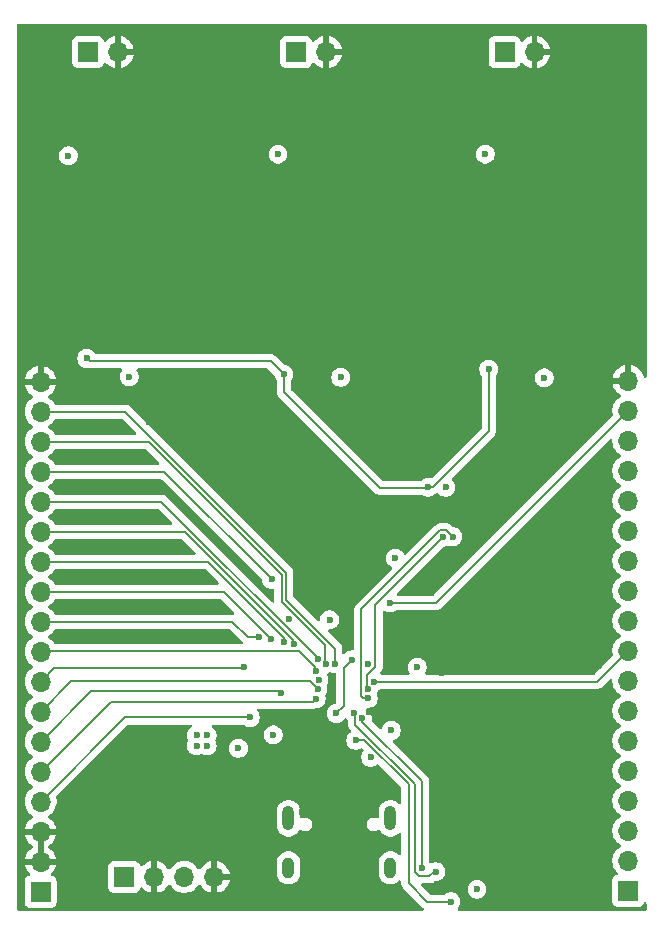
<source format=gbr>
%TF.GenerationSoftware,KiCad,Pcbnew,9.0.0*%
%TF.CreationDate,2025-05-17T06:27:11-04:00*%
%TF.ProjectId,phase-interferometer,70686173-652d-4696-9e74-65726665726f,rev?*%
%TF.SameCoordinates,Original*%
%TF.FileFunction,Copper,L4,Bot*%
%TF.FilePolarity,Positive*%
%FSLAX46Y46*%
G04 Gerber Fmt 4.6, Leading zero omitted, Abs format (unit mm)*
G04 Created by KiCad (PCBNEW 9.0.0) date 2025-05-17 06:27:11*
%MOMM*%
%LPD*%
G01*
G04 APERTURE LIST*
%TA.AperFunction,ComponentPad*%
%ADD10R,1.700000X1.700000*%
%TD*%
%TA.AperFunction,ComponentPad*%
%ADD11O,1.700000X1.700000*%
%TD*%
%TA.AperFunction,HeatsinkPad*%
%ADD12O,1.000000X2.100000*%
%TD*%
%TA.AperFunction,HeatsinkPad*%
%ADD13O,1.000000X1.800000*%
%TD*%
%TA.AperFunction,ViaPad*%
%ADD14C,0.600000*%
%TD*%
%TA.AperFunction,Conductor*%
%ADD15C,0.200000*%
%TD*%
G04 APERTURE END LIST*
D10*
%TO.P,AE3,1,A*%
%TO.N,Net-(AE3-A)*%
X167677500Y-56360000D03*
D11*
%TO.P,AE3,2,Shield*%
%TO.N,Earth*%
X170217500Y-56360000D03*
%TD*%
D10*
%TO.P,AE1,1,A*%
%TO.N,Net-(AE1-A)*%
X132402500Y-56360000D03*
D11*
%TO.P,AE1,2,Shield*%
%TO.N,Earth*%
X134942500Y-56360000D03*
%TD*%
D12*
%TO.P,J1,S1,SHIELD*%
%TO.N,Net-(J1-SHIELD)*%
X149380000Y-121245000D03*
D13*
X149380000Y-125425000D03*
D12*
X158020000Y-121245000D03*
D13*
X158020000Y-125425000D03*
%TD*%
D10*
%TO.P,J3,1,Pin_1*%
%TO.N,+3V3*%
X128400000Y-127450000D03*
D11*
%TO.P,J3,2,Pin_2*%
%TO.N,Earth*%
X128400000Y-124910000D03*
%TO.P,J3,3,Pin_3*%
X128400000Y-122370000D03*
%TO.P,J3,4,Pin_4*%
%TO.N,/GPIO29_ADC3*%
X128400000Y-119830000D03*
%TO.P,J3,5,Pin_5*%
%TO.N,/GPIO25*%
X128400000Y-117290000D03*
%TO.P,J3,6,Pin_6*%
%TO.N,/GPIO24*%
X128400000Y-114750000D03*
%TO.P,J3,7,Pin_7*%
%TO.N,/GPIO23*%
X128400000Y-112210000D03*
%TO.P,J3,8,Pin_8*%
%TO.N,/GPIO22*%
X128400000Y-109670000D03*
%TO.P,J3,9,Pin_9*%
%TO.N,/GPIO21*%
X128400000Y-107130000D03*
%TO.P,J3,10,Pin_10*%
%TO.N,/GPIO20*%
X128400000Y-104590000D03*
%TO.P,J3,11,Pin_11*%
%TO.N,/GPIO19*%
X128400000Y-102050000D03*
%TO.P,J3,12,Pin_12*%
%TO.N,/GPIO18*%
X128400000Y-99510000D03*
%TO.P,J3,13,Pin_13*%
%TO.N,/GPIO17*%
X128400000Y-96970000D03*
%TO.P,J3,14,Pin_14*%
%TO.N,/GPIO16*%
X128400000Y-94430000D03*
%TO.P,J3,15,Pin_15*%
%TO.N,/RUN*%
X128400000Y-91890000D03*
%TO.P,J3,16,Pin_16*%
%TO.N,/SWD*%
X128400000Y-89350000D03*
%TO.P,J3,17,Pin_17*%
%TO.N,/SWCLK*%
X128400000Y-86810000D03*
%TO.P,J3,18,Pin_18*%
%TO.N,Earth*%
X128400000Y-84270000D03*
%TD*%
D10*
%TO.P,J2,1,Pin_1*%
%TO.N,+3V3*%
X178150000Y-127370000D03*
D11*
%TO.P,J2,2,Pin_2*%
%TO.N,/GPIO0*%
X178150000Y-124830000D03*
%TO.P,J2,3,Pin_3*%
%TO.N,/GPIO1*%
X178150000Y-122290000D03*
%TO.P,J2,4,Pin_4*%
%TO.N,/GPIO2*%
X178150000Y-119750000D03*
%TO.P,J2,5,Pin_5*%
%TO.N,/GPIO3*%
X178150000Y-117210000D03*
%TO.P,J2,6,Pin_6*%
%TO.N,/SDA*%
X178150000Y-114670000D03*
%TO.P,J2,7,Pin_7*%
%TO.N,/SCL*%
X178150000Y-112130000D03*
%TO.P,J2,8,Pin_8*%
%TO.N,/GPIO6*%
X178150000Y-109590000D03*
%TO.P,J2,9,Pin_9*%
%TO.N,/GPIO7*%
X178150000Y-107050000D03*
%TO.P,J2,10,Pin_10*%
%TO.N,/GPIO8*%
X178150000Y-104510000D03*
%TO.P,J2,11,Pin_11*%
%TO.N,/GPIO9*%
X178150000Y-101970000D03*
%TO.P,J2,12,Pin_12*%
%TO.N,/GPIO10*%
X178150000Y-99430000D03*
%TO.P,J2,13,Pin_13*%
%TO.N,/GPIO11*%
X178150000Y-96890000D03*
%TO.P,J2,14,Pin_14*%
%TO.N,/GPIO12*%
X178150000Y-94350000D03*
%TO.P,J2,15,Pin_15*%
%TO.N,/GPIO13*%
X178150000Y-91810000D03*
%TO.P,J2,16,Pin_16*%
%TO.N,/GPIO14*%
X178150000Y-89270000D03*
%TO.P,J2,17,Pin_17*%
%TO.N,/GPIO15*%
X178150000Y-86730000D03*
%TO.P,J2,18,Pin_18*%
%TO.N,Earth*%
X178150000Y-84190000D03*
%TD*%
D10*
%TO.P,AE2,1,A*%
%TO.N,Net-(AE2-A)*%
X150040000Y-56360000D03*
D11*
%TO.P,AE2,2,Shield*%
%TO.N,Earth*%
X152580000Y-56360000D03*
%TD*%
D10*
%TO.P,J4,1,Pin_1*%
%TO.N,+3V3*%
X135480000Y-126200000D03*
D11*
%TO.P,J4,2,Pin_2*%
%TO.N,Earth*%
X138020000Y-126200000D03*
%TO.P,J4,3,Pin_3*%
%TO.N,+5V*%
X140560000Y-126200000D03*
%TO.P,J4,4,Pin_4*%
%TO.N,Earth*%
X143100000Y-126200000D03*
%TD*%
D14*
%TO.N,Earth*%
X152000000Y-89950000D03*
X148550000Y-90000000D03*
X145850000Y-90850000D03*
X143450000Y-92800000D03*
X142950000Y-97300000D03*
X143100000Y-103300000D03*
X143050000Y-105950000D03*
X135250000Y-88300000D03*
X135250000Y-90700000D03*
X135200000Y-93050000D03*
X135300000Y-95600000D03*
X135350000Y-98050000D03*
X135400000Y-100800000D03*
X135350000Y-103150000D03*
X135450000Y-105750000D03*
X165750000Y-106750000D03*
X162900000Y-106750000D03*
X174250000Y-106750000D03*
X145950000Y-114150000D03*
X176200000Y-63100000D03*
X173250000Y-58750000D03*
X176200000Y-67350000D03*
X173250000Y-69375000D03*
X173250000Y-65125000D03*
X176200000Y-58850000D03*
X176200000Y-69475000D03*
X173250000Y-67250000D03*
X176200000Y-60975000D03*
X173250000Y-63000000D03*
X176200000Y-65225000D03*
X173250000Y-60875000D03*
X145450000Y-80575000D03*
X142500000Y-84725000D03*
X142500000Y-74100000D03*
X142500000Y-80475000D03*
X145450000Y-74200000D03*
X145450000Y-84825000D03*
X142500000Y-76225000D03*
X142500000Y-78350000D03*
X145450000Y-76325000D03*
X145450000Y-78450000D03*
X163200000Y-81025000D03*
X160250000Y-85175000D03*
X160250000Y-74550000D03*
X160250000Y-83050000D03*
X160250000Y-80925000D03*
X163200000Y-74650000D03*
X163200000Y-85275000D03*
X160250000Y-76675000D03*
X160250000Y-78800000D03*
X163200000Y-76775000D03*
X163200000Y-83150000D03*
X163200000Y-78900000D03*
X161550000Y-65825000D03*
X158600000Y-67850000D03*
X158600000Y-61475000D03*
X158600000Y-69975000D03*
X155900000Y-59350000D03*
X158600000Y-63600000D03*
X155900000Y-63600000D03*
X155900000Y-69975000D03*
X161550000Y-61575000D03*
X158600000Y-59350000D03*
X155900000Y-61475000D03*
X161550000Y-59450000D03*
X161550000Y-70075000D03*
X158600000Y-65725000D03*
X161550000Y-67950000D03*
X155900000Y-65725000D03*
X155900000Y-67850000D03*
X161550000Y-63700000D03*
X144150000Y-65475000D03*
X141200000Y-67500000D03*
X141200000Y-61125000D03*
X141200000Y-69625000D03*
X138500000Y-59000000D03*
X141200000Y-63250000D03*
X138500000Y-63250000D03*
X138500000Y-69625000D03*
X144150000Y-61225000D03*
X141200000Y-59000000D03*
X138500000Y-61125000D03*
X144150000Y-59100000D03*
X144150000Y-69725000D03*
X141200000Y-65375000D03*
X144150000Y-67600000D03*
X138500000Y-65375000D03*
X138500000Y-67500000D03*
X144150000Y-63350000D03*
X127350000Y-64650000D03*
X127350000Y-81650000D03*
X127350000Y-62525000D03*
X127350000Y-66775000D03*
X127350000Y-77400000D03*
X127350000Y-58275000D03*
X127350000Y-56150000D03*
X127350000Y-60400000D03*
X127350000Y-71025000D03*
X127350000Y-68900000D03*
X127350000Y-73150000D03*
X127350000Y-79525000D03*
X127350000Y-75275000D03*
X145225000Y-54850000D03*
X128225000Y-54850000D03*
X138850000Y-54850000D03*
X140975000Y-54850000D03*
X147350000Y-54850000D03*
X143100000Y-54850000D03*
X160125000Y-54850000D03*
X177125000Y-54850000D03*
X158000000Y-54850000D03*
X162250000Y-54850000D03*
X172875000Y-54850000D03*
X155875000Y-54850000D03*
X164375000Y-54850000D03*
X175000000Y-54850000D03*
X179000000Y-63425000D03*
X179000000Y-80425000D03*
X179000000Y-61300000D03*
X179000000Y-65550000D03*
X179000000Y-76175000D03*
X179000000Y-57050000D03*
X179000000Y-54925000D03*
X179000000Y-59175000D03*
X179000000Y-69800000D03*
X179000000Y-67675000D03*
X179000000Y-71925000D03*
X179000000Y-78300000D03*
X179000000Y-74050000D03*
X165200000Y-96450000D03*
X166950000Y-93650000D03*
X151250000Y-98400000D03*
X158050000Y-95650000D03*
X151800000Y-94350000D03*
X136700000Y-122350000D03*
X136700000Y-118400000D03*
X150500000Y-120670000D03*
X174950000Y-78350000D03*
X174900000Y-84450000D03*
X172900000Y-81600000D03*
X172800000Y-79985000D03*
X174900000Y-80000000D03*
X172800000Y-84900000D03*
X175200000Y-81200000D03*
X175100000Y-87200000D03*
X175550000Y-83500000D03*
X170300000Y-67850000D03*
X172850000Y-87600000D03*
X166350000Y-59885000D03*
X168700000Y-58000000D03*
X169000000Y-60900000D03*
X168850000Y-59850000D03*
X173500000Y-74900000D03*
X166550000Y-61700000D03*
X167550000Y-67800000D03*
X168890000Y-75510000D03*
X167400000Y-70400000D03*
X170100000Y-64500000D03*
X170900000Y-70650000D03*
X166600000Y-58050000D03*
X167600000Y-65200000D03*
X168900000Y-72950000D03*
X168800000Y-78000000D03*
X158100000Y-89650000D03*
X159300000Y-88450000D03*
X157800000Y-87150000D03*
X155050000Y-85200000D03*
X157600000Y-84400000D03*
X155200000Y-87500000D03*
X158250000Y-83450000D03*
X155600000Y-81550000D03*
X157900000Y-81150000D03*
X155500000Y-79935000D03*
X157600000Y-79950000D03*
X153000000Y-67800000D03*
X157650000Y-78300000D03*
X149300000Y-58000000D03*
X149050000Y-59835000D03*
X151400000Y-57950000D03*
X151700000Y-60850000D03*
X152800000Y-64450000D03*
X150300000Y-65150000D03*
X156200000Y-74850000D03*
X151550000Y-59800000D03*
X149250000Y-61650000D03*
X150250000Y-67750000D03*
X153600000Y-70600000D03*
X151500000Y-77950000D03*
X151600000Y-72900000D03*
X151590000Y-75460000D03*
X150100000Y-70350000D03*
X140150000Y-89750000D03*
X141350000Y-88550000D03*
X139850000Y-87250000D03*
X137600000Y-87650000D03*
X137550000Y-84950000D03*
X139650000Y-84500000D03*
X140300000Y-83550000D03*
X139950000Y-81250000D03*
X137650000Y-81650000D03*
X137550000Y-80035000D03*
X139650000Y-80050000D03*
X139700000Y-78400000D03*
X138250000Y-74950000D03*
X131350000Y-58100000D03*
X133450000Y-58050000D03*
X133600000Y-59900000D03*
X131100000Y-59935000D03*
X133750000Y-60950000D03*
X131300000Y-61750000D03*
X132350000Y-65250000D03*
X134850000Y-64550000D03*
X132300000Y-67850000D03*
X135050000Y-67900000D03*
X132150000Y-70450000D03*
X135650000Y-70700000D03*
X133550000Y-78050000D03*
X133650000Y-73000000D03*
X133640000Y-75560000D03*
X132700000Y-121800000D03*
X145750000Y-123150000D03*
X156150000Y-127250000D03*
X153550000Y-127250000D03*
X151000000Y-127200000D03*
X162600000Y-123350000D03*
X170950000Y-123600000D03*
X166450000Y-124500000D03*
X167600000Y-125750000D03*
X175700000Y-108350000D03*
X162400000Y-108950000D03*
X161650000Y-113500000D03*
X157450000Y-117550000D03*
X145850000Y-118550000D03*
X147450000Y-118550000D03*
X149050000Y-118600000D03*
%TO.N,/SDA*%
X156150000Y-111081922D03*
X163298231Y-97396785D03*
%TO.N,/SCL*%
X156149999Y-110281920D03*
X162500000Y-97450000D03*
%TO.N,/SWCLK*%
X153334927Y-108133457D03*
%TO.N,/SWD*%
X152535454Y-108162500D03*
%TO.N,+1V1*%
X153450000Y-112362502D03*
X154800000Y-107800000D03*
%TO.N,/GPIO29_ADC3*%
X146150000Y-112700000D03*
%TO.N,/GPIO25*%
X151741989Y-111094552D03*
%TO.N,/GPIO24*%
X148750000Y-110650000D03*
%TO.N,/GPIO23*%
X151883564Y-110307176D03*
%TO.N,/GPIO22*%
X145600000Y-108450000D03*
%TO.N,/GPIO21*%
X151700000Y-108750000D03*
%TO.N,/GPIO20*%
X146875735Y-105874265D03*
%TO.N,+3V3*%
X151949998Y-109509936D03*
%TO.N,/GPIO19*%
X147900000Y-106050000D03*
%TO.N,/GPIO18*%
X149041213Y-106317648D03*
%TO.N,/RUN*%
X147950000Y-101000000D03*
%TO.N,/GPIO17*%
X149825735Y-106474265D03*
%TO.N,/GPIO16*%
X151850000Y-107750000D03*
%TO.N,/GPIO15*%
X158000000Y-103000000D03*
%TO.N,+3V3*%
X158442393Y-99200000D03*
X162700000Y-93200000D03*
%TO.N,/MX_LO*%
X161200000Y-93200000D03*
%TO.N,/GPIO7*%
X156667471Y-109671816D03*
%TO.N,/QSPI_SD3*%
X163150000Y-128300000D03*
X155086028Y-114637500D03*
%TO.N,/QSPI_SCLK*%
X154967280Y-112362499D03*
X161850000Y-125750000D03*
%TO.N,/QSPI_SD0*%
X160700000Y-125450000D03*
X155647622Y-112783378D03*
%TO.N,/MX_LO*%
X132300000Y-82300000D03*
X149000000Y-83650000D03*
X166350000Y-83200000D03*
%TO.N,Earth*%
X152000000Y-112350000D03*
X156150000Y-108200000D03*
X156218812Y-112223251D03*
%TO.N,+3V3*%
X166050000Y-65000000D03*
X145150000Y-115300000D03*
X158100000Y-113800000D03*
X171050000Y-83950000D03*
X153800000Y-83900000D03*
X165350000Y-127250000D03*
X156342106Y-116062054D03*
X149450735Y-104399265D03*
X142500000Y-115100000D03*
X130750000Y-65150000D03*
X141600000Y-114200000D03*
X142500000Y-114200000D03*
X148104173Y-114176998D03*
X152863279Y-104435448D03*
X160300000Y-108450000D03*
X135900000Y-83850000D03*
X141600000Y-115100000D03*
X148500000Y-65000000D03*
%TD*%
D15*
%TO.N,/MX_LO*%
X149000000Y-85150000D02*
X149000000Y-83650000D01*
X157100000Y-93250000D02*
X149000000Y-85150000D01*
X160900000Y-93250000D02*
X157100000Y-93250000D01*
X161200000Y-93200000D02*
X160950000Y-93200000D01*
X160950000Y-93200000D02*
X160900000Y-93250000D01*
X166350000Y-88450000D02*
X166350000Y-83200000D01*
X161600000Y-93200000D02*
X166350000Y-88450000D01*
X161200000Y-93200000D02*
X161600000Y-93200000D01*
%TO.N,/SDA*%
X162251057Y-96849000D02*
X162750446Y-96849000D01*
X162750446Y-96849000D02*
X163298231Y-97396785D01*
X155549002Y-103551055D02*
X162251057Y-96849000D01*
X155731981Y-111081922D02*
X155549002Y-110898943D01*
X156150000Y-111081922D02*
X155731981Y-111081922D01*
X155549002Y-110898943D02*
X155549002Y-103551055D01*
%TO.N,/SCL*%
X156066471Y-109133529D02*
X156751000Y-108449000D01*
X156751000Y-108449000D02*
X156751000Y-103199000D01*
X156751000Y-103199000D02*
X162500000Y-97450000D01*
X156066471Y-110198392D02*
X156066471Y-109133529D01*
X156149999Y-110281920D02*
X156066471Y-110198392D01*
%TO.N,/GPIO7*%
X156667471Y-109671816D02*
X175528184Y-109671816D01*
X175528184Y-109671816D02*
X178150000Y-107050000D01*
%TO.N,/SWCLK*%
X135577100Y-86810000D02*
X128400000Y-86810000D01*
X149201000Y-102732487D02*
X149201000Y-100433900D01*
X149201000Y-100433900D02*
X135577100Y-86810000D01*
X153334927Y-106866414D02*
X149201000Y-102732487D01*
X153334927Y-108133457D02*
X153334927Y-106866414D01*
%TO.N,+1V1*%
X154800000Y-107800000D02*
X154050000Y-108550000D01*
X154050000Y-111762502D02*
X153450000Y-112362502D01*
X154050000Y-108550000D02*
X154050000Y-111762502D01*
%TO.N,/SWD*%
X148800000Y-100600000D02*
X137550000Y-89350000D01*
X152500000Y-106598587D02*
X148800000Y-102898587D01*
X148800000Y-102898587D02*
X148800000Y-100600000D01*
X152500000Y-108127046D02*
X152500000Y-106598587D01*
X152535454Y-108162500D02*
X152500000Y-108127046D01*
X137550000Y-89350000D02*
X128400000Y-89350000D01*
%TO.N,/GPIO29_ADC3*%
X135530000Y-112700000D02*
X128400000Y-119830000D01*
X146150000Y-112700000D02*
X135530000Y-112700000D01*
%TO.N,/GPIO24*%
X132650000Y-110500000D02*
X128400000Y-114750000D01*
X148600000Y-110500000D02*
X132650000Y-110500000D01*
X148750000Y-110650000D02*
X148600000Y-110500000D01*
%TO.N,/GPIO23*%
X130960000Y-109650000D02*
X128400000Y-112210000D01*
X151226388Y-109650000D02*
X130960000Y-109650000D01*
X151883564Y-110307176D02*
X151226388Y-109650000D01*
%TO.N,/GPIO25*%
X134340000Y-111350000D02*
X128400000Y-117290000D01*
X151486541Y-111350000D02*
X134340000Y-111350000D01*
X151741989Y-111094552D02*
X151486541Y-111350000D01*
%TO.N,/GPIO22*%
X145550000Y-108500000D02*
X129570000Y-108500000D01*
X129570000Y-108500000D02*
X128400000Y-109670000D01*
X145600000Y-108450000D02*
X145550000Y-108500000D01*
%TO.N,/GPIO21*%
X128430000Y-107100000D02*
X128400000Y-107130000D01*
X151601057Y-108651057D02*
X151601057Y-108401057D01*
X151700000Y-108750000D02*
X151601057Y-108651057D01*
X151601057Y-108401057D02*
X150300000Y-107100000D01*
X150300000Y-107100000D02*
X128430000Y-107100000D01*
%TO.N,/GPIO20*%
X144640000Y-104590000D02*
X128400000Y-104590000D01*
X145924265Y-105874265D02*
X144640000Y-104590000D01*
X146875735Y-105874265D02*
X145924265Y-105874265D01*
%TO.N,/GPIO19*%
X143900000Y-102050000D02*
X128400000Y-102050000D01*
X147900000Y-106050000D02*
X143900000Y-102050000D01*
%TO.N,/GPIO18*%
X142575800Y-99510000D02*
X128400000Y-99510000D01*
X149021595Y-106298030D02*
X149021595Y-105955795D01*
X149041213Y-106317648D02*
X149021595Y-106298030D01*
X149021595Y-105955795D02*
X142575800Y-99510000D01*
%TO.N,/GPIO17*%
X149750000Y-106117100D02*
X140602900Y-96970000D01*
X140602900Y-96970000D02*
X128400000Y-96970000D01*
X149750000Y-106398530D02*
X149750000Y-106117100D01*
X149825735Y-106474265D02*
X149750000Y-106398530D01*
%TO.N,/GPIO16*%
X138630000Y-94430000D02*
X128400000Y-94430000D01*
X151850000Y-107650000D02*
X138630000Y-94430000D01*
X151850000Y-107750000D02*
X151850000Y-107650000D01*
%TO.N,/RUN*%
X138840000Y-91890000D02*
X128400000Y-91890000D01*
X147950000Y-101000000D02*
X138840000Y-91890000D01*
%TO.N,/GPIO15*%
X161880000Y-103000000D02*
X178150000Y-86730000D01*
X158000000Y-103000000D02*
X161880000Y-103000000D01*
%TO.N,/QSPI_SD3*%
X159550000Y-126750000D02*
X161100000Y-128300000D01*
X159550000Y-118369913D02*
X159550000Y-126750000D01*
X155086028Y-114637500D02*
X155817587Y-114637500D01*
X155817587Y-114637500D02*
X159550000Y-118369913D01*
X161100000Y-128300000D02*
X163150000Y-128300000D01*
%TO.N,/QSPI_SCLK*%
X155050000Y-112445219D02*
X154967280Y-112362499D01*
X155050000Y-112531057D02*
X155050000Y-112445219D01*
X155046622Y-112534435D02*
X155050000Y-112531057D01*
X160099000Y-118351813D02*
X155050000Y-113302813D01*
X155050000Y-113302813D02*
X155050000Y-113035699D01*
X160099000Y-125799000D02*
X160099000Y-118351813D01*
X161300000Y-126150000D02*
X160450000Y-126150000D01*
X155046622Y-113032321D02*
X155046622Y-112534435D01*
X160450000Y-126150000D02*
X160099000Y-125799000D01*
X155050000Y-113035699D02*
X155046622Y-113032321D01*
X161700000Y-125750000D02*
X161300000Y-126150000D01*
X161850000Y-125750000D02*
X161700000Y-125750000D01*
%TO.N,/QSPI_SD0*%
X160700000Y-118102874D02*
X160700000Y-125450000D01*
X155647622Y-113050496D02*
X160700000Y-118102874D01*
X155647622Y-112783378D02*
X155647622Y-113050496D01*
%TO.N,/MX_LO*%
X132550000Y-82550000D02*
X132300000Y-82300000D01*
X149000000Y-83650000D02*
X147900000Y-82550000D01*
X147900000Y-82550000D02*
X132550000Y-82550000D01*
%TD*%
%TA.AperFunction,Conductor*%
%TO.N,Earth*%
G36*
X179642539Y-53970185D02*
G01*
X179688294Y-54022989D01*
X179699500Y-54074500D01*
X179699500Y-83807273D01*
X179679815Y-83874312D01*
X179627011Y-83920067D01*
X179557853Y-83930011D01*
X179494297Y-83900986D01*
X179457569Y-83845591D01*
X179401095Y-83671782D01*
X179304620Y-83482442D01*
X179179727Y-83310540D01*
X179179723Y-83310535D01*
X179029464Y-83160276D01*
X179029459Y-83160272D01*
X178857557Y-83035379D01*
X178668215Y-82938903D01*
X178466124Y-82873241D01*
X178400000Y-82862768D01*
X178400000Y-83756988D01*
X178342993Y-83724075D01*
X178215826Y-83690000D01*
X178084174Y-83690000D01*
X177957007Y-83724075D01*
X177900000Y-83756988D01*
X177900000Y-82862768D01*
X177899999Y-82862768D01*
X177833875Y-82873241D01*
X177631784Y-82938903D01*
X177442442Y-83035379D01*
X177270540Y-83160272D01*
X177270535Y-83160276D01*
X177120276Y-83310535D01*
X177120272Y-83310540D01*
X176995379Y-83482442D01*
X176898904Y-83671782D01*
X176833242Y-83873870D01*
X176833242Y-83873873D01*
X176822769Y-83940000D01*
X177716988Y-83940000D01*
X177684075Y-83997007D01*
X177650000Y-84124174D01*
X177650000Y-84255826D01*
X177684075Y-84382993D01*
X177716988Y-84440000D01*
X176822769Y-84440000D01*
X176833242Y-84506126D01*
X176833242Y-84506129D01*
X176898904Y-84708217D01*
X176995379Y-84897557D01*
X177120272Y-85069459D01*
X177120276Y-85069464D01*
X177270535Y-85219723D01*
X177270540Y-85219727D01*
X177442444Y-85344622D01*
X177451495Y-85349234D01*
X177502292Y-85397208D01*
X177519087Y-85465029D01*
X177496550Y-85531164D01*
X177451499Y-85570202D01*
X177442182Y-85574949D01*
X177270213Y-85699890D01*
X177119890Y-85850213D01*
X176994951Y-86022179D01*
X176898444Y-86211585D01*
X176832753Y-86413760D01*
X176799500Y-86623713D01*
X176799500Y-86836286D01*
X176832753Y-87046240D01*
X176832754Y-87046244D01*
X176846491Y-87088523D01*
X176848486Y-87158365D01*
X176816241Y-87214521D01*
X161667584Y-102363181D01*
X161606261Y-102396666D01*
X161579903Y-102399500D01*
X158699096Y-102399500D01*
X158632057Y-102379815D01*
X158586302Y-102327011D01*
X158576358Y-102257853D01*
X158605383Y-102194297D01*
X158611415Y-102187819D01*
X159457055Y-101342179D01*
X162514664Y-98284571D01*
X162575985Y-98251088D01*
X162578152Y-98250637D01*
X162578841Y-98250500D01*
X162578842Y-98250500D01*
X162733497Y-98219737D01*
X162879179Y-98159394D01*
X162888490Y-98153172D01*
X162955164Y-98132292D01*
X163004835Y-98141710D01*
X163064734Y-98166522D01*
X163219384Y-98197284D01*
X163219387Y-98197285D01*
X163219389Y-98197285D01*
X163377075Y-98197285D01*
X163377076Y-98197284D01*
X163531728Y-98166522D01*
X163677410Y-98106179D01*
X163808520Y-98018574D01*
X163920020Y-97907074D01*
X164007625Y-97775964D01*
X164067968Y-97630282D01*
X164098731Y-97475627D01*
X164098731Y-97317943D01*
X164098731Y-97317940D01*
X164098730Y-97317938D01*
X164076512Y-97206243D01*
X164067968Y-97163288D01*
X164062940Y-97151150D01*
X164007628Y-97017612D01*
X164007621Y-97017599D01*
X163920020Y-96886496D01*
X163920017Y-96886492D01*
X163808523Y-96774998D01*
X163808519Y-96774995D01*
X163677416Y-96687394D01*
X163677403Y-96687387D01*
X163531732Y-96627049D01*
X163531722Y-96627046D01*
X163376380Y-96596146D01*
X163359623Y-96587380D01*
X163341145Y-96583361D01*
X163316108Y-96564618D01*
X163314469Y-96563761D01*
X163312891Y-96562210D01*
X163238036Y-96487355D01*
X163238034Y-96487352D01*
X163119163Y-96368481D01*
X163119162Y-96368480D01*
X163032350Y-96318360D01*
X163032350Y-96318359D01*
X163032346Y-96318358D01*
X162982231Y-96289423D01*
X162829503Y-96248499D01*
X162671389Y-96248499D01*
X162663793Y-96248499D01*
X162663777Y-96248500D01*
X162330114Y-96248500D01*
X162172000Y-96248500D01*
X162019272Y-96289423D01*
X162019271Y-96289423D01*
X162019269Y-96289424D01*
X162019266Y-96289425D01*
X161969153Y-96318359D01*
X161969152Y-96318360D01*
X161925746Y-96343420D01*
X161882342Y-96368479D01*
X161882339Y-96368481D01*
X161770535Y-96480286D01*
X159364497Y-98886323D01*
X159303174Y-98919808D01*
X159233482Y-98914824D01*
X159177549Y-98872952D01*
X159162254Y-98846091D01*
X159151790Y-98820827D01*
X159151783Y-98820814D01*
X159064182Y-98689711D01*
X159064179Y-98689707D01*
X158952685Y-98578213D01*
X158952681Y-98578210D01*
X158821578Y-98490609D01*
X158821565Y-98490602D01*
X158675894Y-98430264D01*
X158675882Y-98430261D01*
X158521238Y-98399500D01*
X158521235Y-98399500D01*
X158363551Y-98399500D01*
X158363548Y-98399500D01*
X158208903Y-98430261D01*
X158208891Y-98430264D01*
X158063220Y-98490602D01*
X158063207Y-98490609D01*
X157932104Y-98578210D01*
X157932100Y-98578213D01*
X157820606Y-98689707D01*
X157820603Y-98689711D01*
X157733002Y-98820814D01*
X157732995Y-98820827D01*
X157672657Y-98966498D01*
X157672654Y-98966510D01*
X157641893Y-99121153D01*
X157641893Y-99278846D01*
X157672654Y-99433489D01*
X157672657Y-99433501D01*
X157732995Y-99579172D01*
X157733002Y-99579185D01*
X157820603Y-99710288D01*
X157820606Y-99710292D01*
X157932100Y-99821786D01*
X157932104Y-99821789D01*
X158063207Y-99909390D01*
X158063220Y-99909397D01*
X158088484Y-99919861D01*
X158142889Y-99963700D01*
X158164956Y-100029994D01*
X158147679Y-100097693D01*
X158128716Y-100122104D01*
X155180288Y-103070533D01*
X155068483Y-103182337D01*
X155068479Y-103182342D01*
X155024544Y-103258442D01*
X155024544Y-103258443D01*
X154989425Y-103319269D01*
X154979865Y-103354949D01*
X154948501Y-103471998D01*
X154948501Y-103472000D01*
X154948501Y-103640101D01*
X154948502Y-103640114D01*
X154948502Y-106875500D01*
X154928817Y-106942539D01*
X154876013Y-106988294D01*
X154824502Y-106999500D01*
X154721155Y-106999500D01*
X154566510Y-107030261D01*
X154566498Y-107030264D01*
X154420827Y-107090602D01*
X154420814Y-107090609D01*
X154289711Y-107178210D01*
X154289707Y-107178213D01*
X154178213Y-107289707D01*
X154178210Y-107289711D01*
X154162529Y-107313180D01*
X154108916Y-107357985D01*
X154039591Y-107366692D01*
X153976564Y-107336537D01*
X153939845Y-107277094D01*
X153935427Y-107244289D01*
X153935427Y-106955474D01*
X153935428Y-106955461D01*
X153935428Y-106787358D01*
X153935428Y-106787357D01*
X153894504Y-106634630D01*
X153881199Y-106611585D01*
X153815451Y-106497704D01*
X153815445Y-106497696D01*
X153292698Y-105974949D01*
X152765376Y-105447628D01*
X152731892Y-105386306D01*
X152736876Y-105316614D01*
X152778748Y-105260681D01*
X152844212Y-105236264D01*
X152853058Y-105235948D01*
X152942123Y-105235948D01*
X152942124Y-105235947D01*
X153096776Y-105205185D01*
X153242458Y-105144842D01*
X153373568Y-105057237D01*
X153485068Y-104945737D01*
X153572673Y-104814627D01*
X153633016Y-104668945D01*
X153663779Y-104514290D01*
X153663779Y-104356606D01*
X153663779Y-104356603D01*
X153663778Y-104356601D01*
X153636862Y-104221286D01*
X153633016Y-104201951D01*
X153629622Y-104193757D01*
X153572676Y-104056275D01*
X153572669Y-104056262D01*
X153485068Y-103925159D01*
X153485065Y-103925155D01*
X153373571Y-103813661D01*
X153373567Y-103813658D01*
X153242464Y-103726057D01*
X153242451Y-103726050D01*
X153096780Y-103665712D01*
X153096768Y-103665709D01*
X152942124Y-103634948D01*
X152942121Y-103634948D01*
X152784437Y-103634948D01*
X152784434Y-103634948D01*
X152629789Y-103665709D01*
X152629777Y-103665712D01*
X152484106Y-103726050D01*
X152484093Y-103726057D01*
X152352990Y-103813658D01*
X152352986Y-103813661D01*
X152241492Y-103925155D01*
X152241489Y-103925159D01*
X152153888Y-104056262D01*
X152153881Y-104056275D01*
X152093543Y-104201946D01*
X152093540Y-104201958D01*
X152062779Y-104356601D01*
X152062779Y-104445668D01*
X152043094Y-104512707D01*
X151990290Y-104558462D01*
X151921132Y-104568406D01*
X151857576Y-104539381D01*
X151851098Y-104533349D01*
X149837819Y-102520070D01*
X149804334Y-102458747D01*
X149801500Y-102432389D01*
X149801500Y-100354845D01*
X149801500Y-100354843D01*
X149760577Y-100202116D01*
X149760577Y-100202115D01*
X149760577Y-100202114D01*
X149731639Y-100151995D01*
X149731637Y-100151992D01*
X149681520Y-100065184D01*
X149569716Y-99953380D01*
X149569715Y-99953379D01*
X149565385Y-99949049D01*
X149565374Y-99949039D01*
X136064690Y-86448355D01*
X136064688Y-86448352D01*
X135945817Y-86329481D01*
X135945809Y-86329475D01*
X135818694Y-86256086D01*
X135818688Y-86256083D01*
X135808887Y-86250423D01*
X135747793Y-86234053D01*
X135656157Y-86209499D01*
X135498043Y-86209499D01*
X135490447Y-86209499D01*
X135490431Y-86209500D01*
X129685719Y-86209500D01*
X129618680Y-86189815D01*
X129575235Y-86141795D01*
X129555052Y-86102185D01*
X129555051Y-86102184D01*
X129430109Y-85930213D01*
X129279786Y-85779890D01*
X129107817Y-85654949D01*
X129098504Y-85650204D01*
X129047707Y-85602230D01*
X129030912Y-85534409D01*
X129053449Y-85468274D01*
X129098507Y-85429232D01*
X129107558Y-85424620D01*
X129279459Y-85299727D01*
X129279464Y-85299723D01*
X129429723Y-85149464D01*
X129429727Y-85149459D01*
X129554620Y-84977557D01*
X129651095Y-84788217D01*
X129716757Y-84586129D01*
X129716757Y-84586126D01*
X129727231Y-84520000D01*
X128833012Y-84520000D01*
X128865925Y-84462993D01*
X128900000Y-84335826D01*
X128900000Y-84204174D01*
X128865925Y-84077007D01*
X128833012Y-84020000D01*
X129727231Y-84020000D01*
X129716757Y-83953873D01*
X129716757Y-83953870D01*
X129651095Y-83751782D01*
X129554620Y-83562442D01*
X129429727Y-83390540D01*
X129429723Y-83390535D01*
X129279464Y-83240276D01*
X129279459Y-83240272D01*
X129107557Y-83115379D01*
X128918215Y-83018903D01*
X128716124Y-82953241D01*
X128650000Y-82942768D01*
X128650000Y-83836988D01*
X128592993Y-83804075D01*
X128465826Y-83770000D01*
X128334174Y-83770000D01*
X128207007Y-83804075D01*
X128150000Y-83836988D01*
X128150000Y-82942768D01*
X128149999Y-82942768D01*
X128083875Y-82953241D01*
X127881784Y-83018903D01*
X127692442Y-83115379D01*
X127520540Y-83240272D01*
X127520535Y-83240276D01*
X127370276Y-83390535D01*
X127370272Y-83390540D01*
X127245379Y-83562442D01*
X127148904Y-83751782D01*
X127083242Y-83953870D01*
X127083242Y-83953873D01*
X127072769Y-84020000D01*
X127966988Y-84020000D01*
X127934075Y-84077007D01*
X127900000Y-84204174D01*
X127900000Y-84335826D01*
X127934075Y-84462993D01*
X127966988Y-84520000D01*
X127072769Y-84520000D01*
X127083242Y-84586126D01*
X127083242Y-84586129D01*
X127148904Y-84788217D01*
X127245379Y-84977557D01*
X127370272Y-85149459D01*
X127370276Y-85149464D01*
X127520535Y-85299723D01*
X127520540Y-85299727D01*
X127692444Y-85424622D01*
X127701495Y-85429234D01*
X127752292Y-85477208D01*
X127769087Y-85545029D01*
X127746550Y-85611164D01*
X127701499Y-85650202D01*
X127692182Y-85654949D01*
X127520213Y-85779890D01*
X127369890Y-85930213D01*
X127244951Y-86102179D01*
X127148444Y-86291585D01*
X127082753Y-86493760D01*
X127049500Y-86703713D01*
X127049500Y-86916286D01*
X127076779Y-87088523D01*
X127082754Y-87126243D01*
X127122449Y-87248412D01*
X127148444Y-87328414D01*
X127244951Y-87517820D01*
X127369890Y-87689786D01*
X127520213Y-87840109D01*
X127692182Y-87965050D01*
X127700946Y-87969516D01*
X127751742Y-88017491D01*
X127768536Y-88085312D01*
X127745998Y-88151447D01*
X127700946Y-88190484D01*
X127692182Y-88194949D01*
X127520213Y-88319890D01*
X127369890Y-88470213D01*
X127244951Y-88642179D01*
X127148444Y-88831585D01*
X127082753Y-89033760D01*
X127049500Y-89243713D01*
X127049500Y-89456286D01*
X127070082Y-89586239D01*
X127082754Y-89666243D01*
X127122449Y-89788412D01*
X127148444Y-89868414D01*
X127244951Y-90057820D01*
X127369890Y-90229786D01*
X127520213Y-90380109D01*
X127692182Y-90505050D01*
X127700946Y-90509516D01*
X127751742Y-90557491D01*
X127768536Y-90625312D01*
X127745998Y-90691447D01*
X127700946Y-90730484D01*
X127692182Y-90734949D01*
X127520213Y-90859890D01*
X127369890Y-91010213D01*
X127244951Y-91182179D01*
X127148444Y-91371585D01*
X127082753Y-91573760D01*
X127049500Y-91783713D01*
X127049500Y-91996286D01*
X127070082Y-92126239D01*
X127082754Y-92206243D01*
X127145547Y-92399500D01*
X127148444Y-92408414D01*
X127244951Y-92597820D01*
X127369890Y-92769786D01*
X127520213Y-92920109D01*
X127692182Y-93045050D01*
X127700946Y-93049516D01*
X127751742Y-93097491D01*
X127768536Y-93165312D01*
X127745998Y-93231447D01*
X127700946Y-93270484D01*
X127692182Y-93274949D01*
X127520213Y-93399890D01*
X127369890Y-93550213D01*
X127244951Y-93722179D01*
X127148444Y-93911585D01*
X127082753Y-94113760D01*
X127049500Y-94323713D01*
X127049500Y-94536286D01*
X127070082Y-94666239D01*
X127082754Y-94746243D01*
X127122449Y-94868412D01*
X127148444Y-94948414D01*
X127244951Y-95137820D01*
X127369890Y-95309786D01*
X127520213Y-95460109D01*
X127692182Y-95585050D01*
X127700946Y-95589516D01*
X127751742Y-95637491D01*
X127768536Y-95705312D01*
X127745998Y-95771447D01*
X127700946Y-95810484D01*
X127692182Y-95814949D01*
X127520213Y-95939890D01*
X127369890Y-96090213D01*
X127244951Y-96262179D01*
X127148444Y-96451585D01*
X127082753Y-96653760D01*
X127049500Y-96863713D01*
X127049500Y-97076286D01*
X127070082Y-97206239D01*
X127082754Y-97286243D01*
X127144290Y-97475631D01*
X127148444Y-97488414D01*
X127244951Y-97677820D01*
X127369890Y-97849786D01*
X127520213Y-98000109D01*
X127692182Y-98125050D01*
X127700946Y-98129516D01*
X127751742Y-98177491D01*
X127768536Y-98245312D01*
X127745998Y-98311447D01*
X127700946Y-98350484D01*
X127692182Y-98354949D01*
X127520213Y-98479890D01*
X127369890Y-98630213D01*
X127244951Y-98802179D01*
X127148444Y-98991585D01*
X127148443Y-98991587D01*
X127148443Y-98991588D01*
X127130875Y-99045657D01*
X127082753Y-99193760D01*
X127049500Y-99403713D01*
X127049500Y-99616286D01*
X127082048Y-99821789D01*
X127082754Y-99826243D01*
X127129378Y-99969737D01*
X127148444Y-100028414D01*
X127244951Y-100217820D01*
X127369890Y-100389786D01*
X127520213Y-100540109D01*
X127692182Y-100665050D01*
X127700946Y-100669516D01*
X127751742Y-100717491D01*
X127768536Y-100785312D01*
X127745998Y-100851447D01*
X127700946Y-100890484D01*
X127692182Y-100894949D01*
X127520213Y-101019890D01*
X127369890Y-101170213D01*
X127244951Y-101342179D01*
X127148444Y-101531585D01*
X127082753Y-101733760D01*
X127049500Y-101943713D01*
X127049500Y-102156286D01*
X127070082Y-102286239D01*
X127082754Y-102366243D01*
X127122449Y-102488412D01*
X127148444Y-102568414D01*
X127244951Y-102757820D01*
X127369890Y-102929786D01*
X127520213Y-103080109D01*
X127692182Y-103205050D01*
X127700946Y-103209516D01*
X127751742Y-103257491D01*
X127768536Y-103325312D01*
X127745998Y-103391447D01*
X127700946Y-103430484D01*
X127692182Y-103434949D01*
X127520213Y-103559890D01*
X127369890Y-103710213D01*
X127244951Y-103882179D01*
X127148444Y-104071585D01*
X127082753Y-104273760D01*
X127049500Y-104483713D01*
X127049500Y-104696286D01*
X127070082Y-104826239D01*
X127082754Y-104906243D01*
X127131814Y-105057234D01*
X127148444Y-105108414D01*
X127244951Y-105297820D01*
X127369890Y-105469786D01*
X127520213Y-105620109D01*
X127692182Y-105745050D01*
X127700946Y-105749516D01*
X127751742Y-105797491D01*
X127768536Y-105865312D01*
X127745998Y-105931447D01*
X127700946Y-105970484D01*
X127692182Y-105974949D01*
X127520213Y-106099890D01*
X127369890Y-106250213D01*
X127244951Y-106422179D01*
X127148444Y-106611585D01*
X127082753Y-106813760D01*
X127062357Y-106942539D01*
X127049500Y-107023713D01*
X127049500Y-107236287D01*
X127055963Y-107277094D01*
X127078727Y-107420821D01*
X127082754Y-107446243D01*
X127133323Y-107601879D01*
X127148444Y-107648414D01*
X127244951Y-107837820D01*
X127369890Y-108009786D01*
X127520213Y-108160109D01*
X127692182Y-108285050D01*
X127700946Y-108289516D01*
X127751742Y-108337491D01*
X127768536Y-108405312D01*
X127745998Y-108471447D01*
X127700946Y-108510484D01*
X127692182Y-108514949D01*
X127520213Y-108639890D01*
X127369890Y-108790213D01*
X127244951Y-108962179D01*
X127148444Y-109151585D01*
X127082753Y-109353760D01*
X127063585Y-109474786D01*
X127049500Y-109563713D01*
X127049500Y-109776287D01*
X127053031Y-109798582D01*
X127070082Y-109906239D01*
X127082754Y-109986243D01*
X127122449Y-110108412D01*
X127148444Y-110188414D01*
X127244951Y-110377820D01*
X127369890Y-110549786D01*
X127520213Y-110700109D01*
X127692182Y-110825050D01*
X127700946Y-110829516D01*
X127751742Y-110877491D01*
X127768536Y-110945312D01*
X127745998Y-111011447D01*
X127700946Y-111050484D01*
X127692182Y-111054949D01*
X127520213Y-111179890D01*
X127369890Y-111330213D01*
X127244951Y-111502179D01*
X127148444Y-111691585D01*
X127082753Y-111893760D01*
X127062171Y-112023713D01*
X127049500Y-112103713D01*
X127049500Y-112316287D01*
X127053031Y-112338582D01*
X127070082Y-112446239D01*
X127082754Y-112526243D01*
X127140685Y-112704536D01*
X127148444Y-112728414D01*
X127244951Y-112917820D01*
X127369890Y-113089786D01*
X127520213Y-113240109D01*
X127692182Y-113365050D01*
X127700946Y-113369516D01*
X127751742Y-113417491D01*
X127768536Y-113485312D01*
X127745998Y-113551447D01*
X127700946Y-113590484D01*
X127692182Y-113594949D01*
X127520213Y-113719890D01*
X127369890Y-113870213D01*
X127244951Y-114042179D01*
X127148444Y-114231585D01*
X127082753Y-114433760D01*
X127056344Y-114600500D01*
X127049500Y-114643713D01*
X127049500Y-114856287D01*
X127053031Y-114878582D01*
X127075612Y-115021155D01*
X127082754Y-115066243D01*
X127146282Y-115261762D01*
X127148444Y-115268414D01*
X127244951Y-115457820D01*
X127369890Y-115629786D01*
X127520213Y-115780109D01*
X127692182Y-115905050D01*
X127700946Y-115909516D01*
X127751742Y-115957491D01*
X127768536Y-116025312D01*
X127745998Y-116091447D01*
X127700946Y-116130484D01*
X127692182Y-116134949D01*
X127520213Y-116259890D01*
X127369890Y-116410213D01*
X127244951Y-116582179D01*
X127148444Y-116771585D01*
X127082753Y-116973760D01*
X127049500Y-117183713D01*
X127049500Y-117396286D01*
X127070082Y-117526239D01*
X127082754Y-117606243D01*
X127124318Y-117734164D01*
X127148444Y-117808414D01*
X127244951Y-117997820D01*
X127369890Y-118169786D01*
X127520213Y-118320109D01*
X127692182Y-118445050D01*
X127700946Y-118449516D01*
X127751742Y-118497491D01*
X127768536Y-118565312D01*
X127745998Y-118631447D01*
X127700946Y-118670484D01*
X127692182Y-118674949D01*
X127520213Y-118799890D01*
X127369890Y-118950213D01*
X127244951Y-119122179D01*
X127148444Y-119311585D01*
X127082753Y-119513760D01*
X127049500Y-119723713D01*
X127049500Y-119936286D01*
X127070082Y-120066239D01*
X127082754Y-120146243D01*
X127122449Y-120268412D01*
X127148444Y-120348414D01*
X127244951Y-120537820D01*
X127369890Y-120709786D01*
X127520213Y-120860109D01*
X127692179Y-120985048D01*
X127692181Y-120985049D01*
X127692184Y-120985051D01*
X127701493Y-120989794D01*
X127752290Y-121037766D01*
X127769087Y-121105587D01*
X127746552Y-121171722D01*
X127701502Y-121210762D01*
X127692443Y-121215378D01*
X127520540Y-121340272D01*
X127520535Y-121340276D01*
X127370276Y-121490535D01*
X127370272Y-121490540D01*
X127245379Y-121662442D01*
X127148904Y-121851782D01*
X127083242Y-122053870D01*
X127083242Y-122053873D01*
X127072769Y-122120000D01*
X127966988Y-122120000D01*
X127934075Y-122177007D01*
X127900000Y-122304174D01*
X127900000Y-122435826D01*
X127934075Y-122562993D01*
X127966988Y-122620000D01*
X127072769Y-122620000D01*
X127083242Y-122686126D01*
X127083242Y-122686129D01*
X127148904Y-122888217D01*
X127245379Y-123077557D01*
X127370272Y-123249459D01*
X127370276Y-123249464D01*
X127520535Y-123399723D01*
X127520540Y-123399727D01*
X127692444Y-123524622D01*
X127702048Y-123529516D01*
X127752844Y-123577491D01*
X127769638Y-123645312D01*
X127747100Y-123711447D01*
X127702048Y-123750484D01*
X127692444Y-123755377D01*
X127520540Y-123880272D01*
X127520535Y-123880276D01*
X127370276Y-124030535D01*
X127370272Y-124030540D01*
X127245379Y-124202442D01*
X127148904Y-124391782D01*
X127083242Y-124593870D01*
X127083242Y-124593873D01*
X127072769Y-124660000D01*
X127966988Y-124660000D01*
X127934075Y-124717007D01*
X127900000Y-124844174D01*
X127900000Y-124975826D01*
X127934075Y-125102993D01*
X127966988Y-125160000D01*
X127072769Y-125160000D01*
X127083242Y-125226126D01*
X127083242Y-125226129D01*
X127148904Y-125428217D01*
X127245379Y-125617557D01*
X127370272Y-125789459D01*
X127370276Y-125789464D01*
X127483946Y-125903134D01*
X127517431Y-125964457D01*
X127512447Y-126034149D01*
X127470575Y-126090082D01*
X127439598Y-126106997D01*
X127307671Y-126156202D01*
X127307664Y-126156206D01*
X127192455Y-126242452D01*
X127192452Y-126242455D01*
X127106206Y-126357664D01*
X127106202Y-126357671D01*
X127055908Y-126492517D01*
X127050738Y-126540609D01*
X127049501Y-126552123D01*
X127049500Y-126552135D01*
X127049500Y-128347870D01*
X127049501Y-128347876D01*
X127055908Y-128407483D01*
X127106202Y-128542328D01*
X127106206Y-128542335D01*
X127192452Y-128657544D01*
X127192455Y-128657547D01*
X127307664Y-128743793D01*
X127307671Y-128743797D01*
X127442517Y-128794091D01*
X127442516Y-128794091D01*
X127449444Y-128794835D01*
X127502127Y-128800500D01*
X129297872Y-128800499D01*
X129357483Y-128794091D01*
X129492331Y-128743796D01*
X129607546Y-128657546D01*
X129693796Y-128542331D01*
X129744091Y-128407483D01*
X129750500Y-128347873D01*
X129750499Y-126552128D01*
X129744091Y-126492517D01*
X129742050Y-126487046D01*
X129693797Y-126357671D01*
X129693793Y-126357664D01*
X129607547Y-126242455D01*
X129607544Y-126242452D01*
X129492335Y-126156206D01*
X129492328Y-126156202D01*
X129360401Y-126106997D01*
X129304467Y-126065126D01*
X129280050Y-125999662D01*
X129294902Y-125931389D01*
X129316053Y-125903133D01*
X129429728Y-125789458D01*
X129554620Y-125617557D01*
X129651095Y-125428217D01*
X129692062Y-125302135D01*
X134129500Y-125302135D01*
X134129500Y-127097870D01*
X134129501Y-127097876D01*
X134135908Y-127157483D01*
X134186202Y-127292328D01*
X134186206Y-127292335D01*
X134272452Y-127407544D01*
X134272455Y-127407547D01*
X134387664Y-127493793D01*
X134387671Y-127493797D01*
X134522517Y-127544091D01*
X134522516Y-127544091D01*
X134529444Y-127544835D01*
X134582127Y-127550500D01*
X136377872Y-127550499D01*
X136437483Y-127544091D01*
X136572331Y-127493796D01*
X136687546Y-127407546D01*
X136773796Y-127292331D01*
X136823002Y-127160401D01*
X136864872Y-127104468D01*
X136930337Y-127080050D01*
X136998610Y-127094901D01*
X137026865Y-127116053D01*
X137140535Y-127229723D01*
X137140540Y-127229727D01*
X137312442Y-127354620D01*
X137501782Y-127451095D01*
X137703871Y-127516757D01*
X137770000Y-127527231D01*
X137770000Y-126633012D01*
X137827007Y-126665925D01*
X137954174Y-126700000D01*
X138085826Y-126700000D01*
X138212993Y-126665925D01*
X138270000Y-126633012D01*
X138270000Y-127527230D01*
X138336126Y-127516757D01*
X138336129Y-127516757D01*
X138538217Y-127451095D01*
X138727557Y-127354620D01*
X138899459Y-127229727D01*
X138899464Y-127229723D01*
X139049723Y-127079464D01*
X139049727Y-127079459D01*
X139174620Y-126907558D01*
X139179232Y-126898507D01*
X139227205Y-126847709D01*
X139295025Y-126830912D01*
X139361161Y-126853447D01*
X139400204Y-126898504D01*
X139404949Y-126907817D01*
X139529890Y-127079786D01*
X139680213Y-127230109D01*
X139852179Y-127355048D01*
X139852181Y-127355049D01*
X139852184Y-127355051D01*
X140041588Y-127451557D01*
X140243757Y-127517246D01*
X140453713Y-127550500D01*
X140453714Y-127550500D01*
X140666286Y-127550500D01*
X140666287Y-127550500D01*
X140876243Y-127517246D01*
X141078412Y-127451557D01*
X141267816Y-127355051D01*
X141354138Y-127292335D01*
X141439786Y-127230109D01*
X141439788Y-127230106D01*
X141439792Y-127230104D01*
X141590104Y-127079792D01*
X141590106Y-127079788D01*
X141590109Y-127079786D01*
X141675553Y-126962181D01*
X141715051Y-126907816D01*
X141719793Y-126898508D01*
X141767763Y-126847711D01*
X141835583Y-126830911D01*
X141901719Y-126853445D01*
X141940763Y-126898500D01*
X141945377Y-126907555D01*
X142070272Y-127079459D01*
X142070276Y-127079464D01*
X142220535Y-127229723D01*
X142220540Y-127229727D01*
X142392442Y-127354620D01*
X142581782Y-127451095D01*
X142783871Y-127516757D01*
X142850000Y-127527231D01*
X142850000Y-126633012D01*
X142907007Y-126665925D01*
X143034174Y-126700000D01*
X143165826Y-126700000D01*
X143292993Y-126665925D01*
X143350000Y-126633012D01*
X143350000Y-127527230D01*
X143416126Y-127516757D01*
X143416129Y-127516757D01*
X143618217Y-127451095D01*
X143807557Y-127354620D01*
X143979459Y-127229727D01*
X143979464Y-127229723D01*
X144129723Y-127079464D01*
X144129727Y-127079459D01*
X144254620Y-126907557D01*
X144351095Y-126718217D01*
X144416757Y-126516129D01*
X144416757Y-126516126D01*
X144427231Y-126450000D01*
X143533012Y-126450000D01*
X143565925Y-126392993D01*
X143600000Y-126265826D01*
X143600000Y-126134174D01*
X143565925Y-126007007D01*
X143533012Y-125950000D01*
X144427231Y-125950000D01*
X144423040Y-125923543D01*
X148379499Y-125923543D01*
X148417947Y-126116829D01*
X148417950Y-126116839D01*
X148493364Y-126298907D01*
X148493371Y-126298920D01*
X148602860Y-126462781D01*
X148602863Y-126462785D01*
X148742214Y-126602136D01*
X148742218Y-126602139D01*
X148906079Y-126711628D01*
X148906092Y-126711635D01*
X149088160Y-126787049D01*
X149088165Y-126787051D01*
X149088169Y-126787051D01*
X149088170Y-126787052D01*
X149281456Y-126825500D01*
X149281459Y-126825500D01*
X149478543Y-126825500D01*
X149608582Y-126799632D01*
X149671835Y-126787051D01*
X149853914Y-126711632D01*
X150017782Y-126602139D01*
X150157139Y-126462782D01*
X150266632Y-126298914D01*
X150342051Y-126116835D01*
X150354632Y-126053582D01*
X150380500Y-125923543D01*
X150380500Y-124926456D01*
X150342052Y-124733170D01*
X150342051Y-124733169D01*
X150342051Y-124733165D01*
X150335358Y-124717007D01*
X150266635Y-124551092D01*
X150266628Y-124551079D01*
X150157139Y-124387218D01*
X150157136Y-124387214D01*
X150017785Y-124247863D01*
X150017781Y-124247860D01*
X149853920Y-124138371D01*
X149853907Y-124138364D01*
X149671839Y-124062950D01*
X149671829Y-124062947D01*
X149478543Y-124024500D01*
X149478541Y-124024500D01*
X149281459Y-124024500D01*
X149281457Y-124024500D01*
X149088170Y-124062947D01*
X149088160Y-124062950D01*
X148906092Y-124138364D01*
X148906079Y-124138371D01*
X148742218Y-124247860D01*
X148742214Y-124247863D01*
X148602863Y-124387214D01*
X148602860Y-124387218D01*
X148493371Y-124551079D01*
X148493364Y-124551092D01*
X148417950Y-124733160D01*
X148417947Y-124733170D01*
X148379500Y-124926456D01*
X148379500Y-124926459D01*
X148379500Y-125923541D01*
X148379500Y-125923543D01*
X148379499Y-125923543D01*
X144423040Y-125923543D01*
X144416757Y-125883873D01*
X144416757Y-125883870D01*
X144351095Y-125681782D01*
X144254620Y-125492442D01*
X144129727Y-125320540D01*
X144129723Y-125320535D01*
X143979464Y-125170276D01*
X143979459Y-125170272D01*
X143807557Y-125045379D01*
X143779047Y-125030852D01*
X143618215Y-124948903D01*
X143416124Y-124883241D01*
X143350000Y-124872768D01*
X143350000Y-125766988D01*
X143292993Y-125734075D01*
X143165826Y-125700000D01*
X143034174Y-125700000D01*
X142907007Y-125734075D01*
X142850000Y-125766988D01*
X142850000Y-124872768D01*
X142849999Y-124872768D01*
X142783875Y-124883241D01*
X142581784Y-124948903D01*
X142392442Y-125045379D01*
X142220540Y-125170272D01*
X142220535Y-125170276D01*
X142070276Y-125320535D01*
X142070272Y-125320540D01*
X141945378Y-125492443D01*
X141940762Y-125501502D01*
X141892784Y-125552295D01*
X141824963Y-125569087D01*
X141758829Y-125546546D01*
X141719794Y-125501493D01*
X141715051Y-125492184D01*
X141715049Y-125492181D01*
X141715048Y-125492179D01*
X141590109Y-125320213D01*
X141439786Y-125169890D01*
X141267820Y-125044951D01*
X141078414Y-124948444D01*
X141078413Y-124948443D01*
X141078412Y-124948443D01*
X140876243Y-124882754D01*
X140876241Y-124882753D01*
X140876240Y-124882753D01*
X140714957Y-124857208D01*
X140666287Y-124849500D01*
X140453713Y-124849500D01*
X140405042Y-124857208D01*
X140243760Y-124882753D01*
X140142672Y-124915598D01*
X140109248Y-124926459D01*
X140041585Y-124948444D01*
X139852179Y-125044951D01*
X139680213Y-125169890D01*
X139529890Y-125320213D01*
X139404949Y-125492182D01*
X139400202Y-125501499D01*
X139352227Y-125552293D01*
X139284405Y-125569087D01*
X139218271Y-125546548D01*
X139179234Y-125501495D01*
X139174622Y-125492444D01*
X139049727Y-125320540D01*
X139049723Y-125320535D01*
X138899464Y-125170276D01*
X138899459Y-125170272D01*
X138727557Y-125045379D01*
X138538215Y-124948903D01*
X138336124Y-124883241D01*
X138270000Y-124872768D01*
X138270000Y-125766988D01*
X138212993Y-125734075D01*
X138085826Y-125700000D01*
X137954174Y-125700000D01*
X137827007Y-125734075D01*
X137770000Y-125766988D01*
X137770000Y-124872768D01*
X137769999Y-124872768D01*
X137703875Y-124883241D01*
X137501784Y-124948903D01*
X137312442Y-125045379D01*
X137140541Y-125170271D01*
X137026865Y-125283947D01*
X136965542Y-125317431D01*
X136895850Y-125312447D01*
X136839917Y-125270575D01*
X136823002Y-125239598D01*
X136817978Y-125226129D01*
X136788182Y-125146239D01*
X136773797Y-125107671D01*
X136773793Y-125107664D01*
X136687547Y-124992455D01*
X136687544Y-124992452D01*
X136572335Y-124906206D01*
X136572328Y-124906202D01*
X136437482Y-124855908D01*
X136437483Y-124855908D01*
X136377883Y-124849501D01*
X136377881Y-124849500D01*
X136377873Y-124849500D01*
X136377864Y-124849500D01*
X134582129Y-124849500D01*
X134582123Y-124849501D01*
X134522516Y-124855908D01*
X134387671Y-124906202D01*
X134387664Y-124906206D01*
X134272455Y-124992452D01*
X134272452Y-124992455D01*
X134186206Y-125107664D01*
X134186202Y-125107671D01*
X134135908Y-125242517D01*
X134129501Y-125302116D01*
X134129500Y-125302135D01*
X129692062Y-125302135D01*
X129705591Y-125260496D01*
X129705593Y-125260489D01*
X129716758Y-125226124D01*
X129727231Y-125160000D01*
X128833012Y-125160000D01*
X128865925Y-125102993D01*
X128900000Y-124975826D01*
X128900000Y-124844174D01*
X128865925Y-124717007D01*
X128833012Y-124660000D01*
X129727231Y-124660000D01*
X129716757Y-124593873D01*
X129716757Y-124593870D01*
X129651095Y-124391782D01*
X129554620Y-124202442D01*
X129429727Y-124030540D01*
X129429723Y-124030535D01*
X129279464Y-123880276D01*
X129279459Y-123880272D01*
X129107558Y-123755379D01*
X129097954Y-123750486D01*
X129047157Y-123702512D01*
X129030361Y-123634692D01*
X129052897Y-123568556D01*
X129097954Y-123529514D01*
X129107558Y-123524620D01*
X129279459Y-123399727D01*
X129279464Y-123399723D01*
X129429723Y-123249464D01*
X129429727Y-123249459D01*
X129554620Y-123077557D01*
X129651095Y-122888217D01*
X129716757Y-122686129D01*
X129716757Y-122686126D01*
X129727231Y-122620000D01*
X128833012Y-122620000D01*
X128865925Y-122562993D01*
X128900000Y-122435826D01*
X128900000Y-122304174D01*
X128865925Y-122177007D01*
X128833012Y-122120000D01*
X129727231Y-122120000D01*
X129716757Y-122053873D01*
X129716757Y-122053870D01*
X129664664Y-121893543D01*
X148379499Y-121893543D01*
X148417947Y-122086829D01*
X148417950Y-122086839D01*
X148493364Y-122268907D01*
X148493371Y-122268920D01*
X148602860Y-122432781D01*
X148602863Y-122432785D01*
X148742214Y-122572136D01*
X148742218Y-122572139D01*
X148906079Y-122681628D01*
X148906092Y-122681635D01*
X149088160Y-122757049D01*
X149088165Y-122757051D01*
X149088169Y-122757051D01*
X149088170Y-122757052D01*
X149281456Y-122795500D01*
X149281459Y-122795500D01*
X149478543Y-122795500D01*
X149608582Y-122769632D01*
X149671835Y-122757051D01*
X149843057Y-122686129D01*
X149853907Y-122681635D01*
X149853907Y-122681634D01*
X149853914Y-122681632D01*
X150017782Y-122572139D01*
X150157139Y-122432782D01*
X150266632Y-122268914D01*
X150270540Y-122259478D01*
X150314376Y-122205074D01*
X150380669Y-122183004D01*
X150448369Y-122200279D01*
X150453028Y-122203432D01*
X150456633Y-122205513D01*
X150456635Y-122205515D01*
X150587865Y-122281281D01*
X150734234Y-122320500D01*
X150734236Y-122320500D01*
X150885764Y-122320500D01*
X150885766Y-122320500D01*
X151032135Y-122281281D01*
X151163365Y-122205515D01*
X151270515Y-122098365D01*
X151346281Y-121967135D01*
X151385500Y-121820766D01*
X151385500Y-121669234D01*
X151346281Y-121522865D01*
X151270515Y-121391635D01*
X151163365Y-121284485D01*
X151080087Y-121236404D01*
X151032136Y-121208719D01*
X150926819Y-121180500D01*
X150885766Y-121169500D01*
X150734234Y-121169500D01*
X150587862Y-121208719D01*
X150566499Y-121221054D01*
X150498598Y-121237525D01*
X150432572Y-121214673D01*
X150389382Y-121159751D01*
X150380500Y-121113666D01*
X150380500Y-120596456D01*
X150342052Y-120403170D01*
X150342051Y-120403169D01*
X150342051Y-120403165D01*
X150286235Y-120268412D01*
X150266635Y-120221092D01*
X150266628Y-120221079D01*
X150157139Y-120057218D01*
X150157136Y-120057214D01*
X150017785Y-119917863D01*
X150017781Y-119917860D01*
X149853920Y-119808371D01*
X149853907Y-119808364D01*
X149671839Y-119732950D01*
X149671829Y-119732947D01*
X149478543Y-119694500D01*
X149478541Y-119694500D01*
X149281459Y-119694500D01*
X149281457Y-119694500D01*
X149088170Y-119732947D01*
X149088160Y-119732950D01*
X148906092Y-119808364D01*
X148906079Y-119808371D01*
X148742218Y-119917860D01*
X148742214Y-119917863D01*
X148602863Y-120057214D01*
X148602860Y-120057218D01*
X148493371Y-120221079D01*
X148493364Y-120221092D01*
X148417950Y-120403160D01*
X148417947Y-120403170D01*
X148379500Y-120596456D01*
X148379500Y-120596459D01*
X148379500Y-121893541D01*
X148379500Y-121893543D01*
X148379499Y-121893543D01*
X129664664Y-121893543D01*
X129651095Y-121851782D01*
X129554620Y-121662442D01*
X129429727Y-121490540D01*
X129429723Y-121490535D01*
X129279464Y-121340276D01*
X129279459Y-121340272D01*
X129107555Y-121215377D01*
X129098500Y-121210763D01*
X129047706Y-121162788D01*
X129030912Y-121094966D01*
X129053451Y-121028832D01*
X129098508Y-120989793D01*
X129107816Y-120985051D01*
X129211782Y-120909516D01*
X129279786Y-120860109D01*
X129279788Y-120860106D01*
X129279792Y-120860104D01*
X129430104Y-120709792D01*
X129430106Y-120709788D01*
X129430109Y-120709786D01*
X129555051Y-120537816D01*
X129556962Y-120534067D01*
X129623659Y-120403165D01*
X129651557Y-120348412D01*
X129717246Y-120146243D01*
X129750500Y-119936287D01*
X129750500Y-119723713D01*
X129717246Y-119513757D01*
X129703506Y-119471473D01*
X129701512Y-119401635D01*
X129733755Y-119345478D01*
X135742417Y-113336819D01*
X135803740Y-113303334D01*
X135830098Y-113300500D01*
X141096561Y-113300500D01*
X141163600Y-113320185D01*
X141209355Y-113372989D01*
X141219299Y-113442147D01*
X141190274Y-113505703D01*
X141165452Y-113527602D01*
X141089711Y-113578210D01*
X141089707Y-113578213D01*
X140978213Y-113689707D01*
X140978210Y-113689711D01*
X140890609Y-113820814D01*
X140890602Y-113820827D01*
X140830264Y-113966498D01*
X140830261Y-113966510D01*
X140799500Y-114121153D01*
X140799500Y-114278846D01*
X140830261Y-114433489D01*
X140830264Y-114433501D01*
X140890604Y-114579177D01*
X140890605Y-114579179D01*
X140891899Y-114581115D01*
X140892264Y-114582282D01*
X140893476Y-114584549D01*
X140893045Y-114584778D01*
X140912773Y-114647794D01*
X140894285Y-114715173D01*
X140891899Y-114718885D01*
X140890605Y-114720820D01*
X140890604Y-114720822D01*
X140830264Y-114866498D01*
X140830261Y-114866510D01*
X140799500Y-115021153D01*
X140799500Y-115178846D01*
X140830261Y-115333489D01*
X140830264Y-115333501D01*
X140890602Y-115479172D01*
X140890609Y-115479185D01*
X140978210Y-115610288D01*
X140978213Y-115610292D01*
X141089707Y-115721786D01*
X141089711Y-115721789D01*
X141220814Y-115809390D01*
X141220827Y-115809397D01*
X141363652Y-115868556D01*
X141366503Y-115869737D01*
X141521153Y-115900499D01*
X141521156Y-115900500D01*
X141521158Y-115900500D01*
X141678844Y-115900500D01*
X141678845Y-115900499D01*
X141833497Y-115869737D01*
X141979179Y-115809394D01*
X141981110Y-115808103D01*
X141982276Y-115807737D01*
X141984546Y-115806525D01*
X141984776Y-115806955D01*
X142047786Y-115787226D01*
X142115166Y-115805710D01*
X142118850Y-115808077D01*
X142120821Y-115809394D01*
X142120824Y-115809395D01*
X142120827Y-115809397D01*
X142263652Y-115868556D01*
X142266503Y-115869737D01*
X142421153Y-115900499D01*
X142421156Y-115900500D01*
X142421158Y-115900500D01*
X142578844Y-115900500D01*
X142578845Y-115900499D01*
X142733497Y-115869737D01*
X142879179Y-115809394D01*
X143010289Y-115721789D01*
X143121789Y-115610289D01*
X143209394Y-115479179D01*
X143269737Y-115333497D01*
X143292083Y-115221158D01*
X143292084Y-115221153D01*
X144349500Y-115221153D01*
X144349500Y-115378846D01*
X144380261Y-115533489D01*
X144380264Y-115533501D01*
X144440602Y-115679172D01*
X144440609Y-115679185D01*
X144528210Y-115810288D01*
X144528213Y-115810292D01*
X144639707Y-115921786D01*
X144639711Y-115921789D01*
X144770814Y-116009390D01*
X144770827Y-116009397D01*
X144880801Y-116054949D01*
X144916503Y-116069737D01*
X145025646Y-116091447D01*
X145071153Y-116100499D01*
X145071156Y-116100500D01*
X145071158Y-116100500D01*
X145228844Y-116100500D01*
X145228845Y-116100499D01*
X145383497Y-116069737D01*
X145529179Y-116009394D01*
X145660289Y-115921789D01*
X145771789Y-115810289D01*
X145859394Y-115679179D01*
X145919737Y-115533497D01*
X145950500Y-115378842D01*
X145950500Y-115221158D01*
X145950500Y-115221155D01*
X145950499Y-115221153D01*
X145943986Y-115188412D01*
X145919737Y-115066503D01*
X145900955Y-115021158D01*
X145859397Y-114920827D01*
X145859390Y-114920814D01*
X145771789Y-114789711D01*
X145771786Y-114789707D01*
X145660292Y-114678213D01*
X145660288Y-114678210D01*
X145529185Y-114590609D01*
X145529172Y-114590602D01*
X145383501Y-114530264D01*
X145383489Y-114530261D01*
X145228845Y-114499500D01*
X145228842Y-114499500D01*
X145071158Y-114499500D01*
X145071155Y-114499500D01*
X144916510Y-114530261D01*
X144916498Y-114530264D01*
X144770827Y-114590602D01*
X144770814Y-114590609D01*
X144639711Y-114678210D01*
X144639707Y-114678213D01*
X144528213Y-114789707D01*
X144528210Y-114789711D01*
X144440609Y-114920814D01*
X144440602Y-114920827D01*
X144380264Y-115066498D01*
X144380261Y-115066510D01*
X144349500Y-115221153D01*
X143292084Y-115221153D01*
X143298107Y-115190875D01*
X143298107Y-115190874D01*
X143300500Y-115178844D01*
X143300500Y-115021155D01*
X143300499Y-115021153D01*
X143280543Y-114920827D01*
X143269737Y-114866503D01*
X143269202Y-114865211D01*
X143209397Y-114720827D01*
X143209394Y-114720822D01*
X143209394Y-114720821D01*
X143208103Y-114718889D01*
X143207737Y-114717723D01*
X143206525Y-114715454D01*
X143206955Y-114715223D01*
X143187226Y-114652214D01*
X143205710Y-114584834D01*
X143208100Y-114581115D01*
X143209394Y-114579179D01*
X143269737Y-114433497D01*
X143300500Y-114278842D01*
X143300500Y-114121158D01*
X143300500Y-114121155D01*
X143299526Y-114116260D01*
X143299526Y-114116258D01*
X143299525Y-114116255D01*
X143295924Y-114098151D01*
X147303673Y-114098151D01*
X147303673Y-114255844D01*
X147334434Y-114410487D01*
X147334437Y-114410499D01*
X147394775Y-114556170D01*
X147394782Y-114556183D01*
X147482383Y-114687286D01*
X147482386Y-114687290D01*
X147593880Y-114798784D01*
X147593884Y-114798787D01*
X147724987Y-114886388D01*
X147725000Y-114886395D01*
X147833050Y-114931150D01*
X147870676Y-114946735D01*
X148025326Y-114977497D01*
X148025329Y-114977498D01*
X148025331Y-114977498D01*
X148183017Y-114977498D01*
X148183018Y-114977497D01*
X148337670Y-114946735D01*
X148483352Y-114886392D01*
X148614462Y-114798787D01*
X148725962Y-114687287D01*
X148813567Y-114556177D01*
X148873910Y-114410495D01*
X148904673Y-114255840D01*
X148904673Y-114098156D01*
X148904673Y-114098153D01*
X148904672Y-114098151D01*
X148888274Y-114015713D01*
X148873910Y-113943501D01*
X148847129Y-113878846D01*
X148813570Y-113797825D01*
X148813563Y-113797812D01*
X148725962Y-113666709D01*
X148725959Y-113666705D01*
X148614465Y-113555211D01*
X148614461Y-113555208D01*
X148483358Y-113467607D01*
X148483345Y-113467600D01*
X148337674Y-113407262D01*
X148337662Y-113407259D01*
X148183018Y-113376498D01*
X148183015Y-113376498D01*
X148025331Y-113376498D01*
X148025328Y-113376498D01*
X147870683Y-113407259D01*
X147870671Y-113407262D01*
X147725000Y-113467600D01*
X147724987Y-113467607D01*
X147593884Y-113555208D01*
X147593880Y-113555211D01*
X147482386Y-113666705D01*
X147482383Y-113666709D01*
X147394782Y-113797812D01*
X147394775Y-113797825D01*
X147334437Y-113943496D01*
X147334434Y-113943508D01*
X147303673Y-114098151D01*
X143295924Y-114098151D01*
X143283061Y-114033489D01*
X143269737Y-113966503D01*
X143267946Y-113962179D01*
X143209397Y-113820827D01*
X143209390Y-113820814D01*
X143121789Y-113689711D01*
X143121786Y-113689707D01*
X143010292Y-113578213D01*
X143010288Y-113578210D01*
X142934548Y-113527602D01*
X142889743Y-113473990D01*
X142881036Y-113404665D01*
X142911190Y-113341637D01*
X142970634Y-113304918D01*
X143003439Y-113300500D01*
X145570234Y-113300500D01*
X145637273Y-113320185D01*
X145639125Y-113321398D01*
X145770814Y-113409390D01*
X145770827Y-113409397D01*
X145916498Y-113469735D01*
X145916503Y-113469737D01*
X146021418Y-113490606D01*
X146071153Y-113500499D01*
X146071156Y-113500500D01*
X146071158Y-113500500D01*
X146228844Y-113500500D01*
X146228845Y-113500499D01*
X146383497Y-113469737D01*
X146501592Y-113420821D01*
X146529172Y-113409397D01*
X146529172Y-113409396D01*
X146529179Y-113409394D01*
X146660289Y-113321789D01*
X146771789Y-113210289D01*
X146859394Y-113079179D01*
X146862410Y-113071899D01*
X146879655Y-113030264D01*
X146919737Y-112933497D01*
X146950500Y-112778842D01*
X146950500Y-112621158D01*
X146950500Y-112621155D01*
X146950499Y-112621153D01*
X146945496Y-112596003D01*
X146919737Y-112466503D01*
X146911345Y-112446243D01*
X146859397Y-112320827D01*
X146859390Y-112320814D01*
X146771789Y-112189711D01*
X146771786Y-112189707D01*
X146744260Y-112162181D01*
X146710775Y-112100858D01*
X146715759Y-112031166D01*
X146757631Y-111975233D01*
X146823095Y-111950816D01*
X146831941Y-111950500D01*
X151399872Y-111950500D01*
X151399888Y-111950501D01*
X151407484Y-111950501D01*
X151565595Y-111950501D01*
X151565598Y-111950501D01*
X151718326Y-111909577D01*
X151718328Y-111909575D01*
X151718330Y-111909575D01*
X151725840Y-111906465D01*
X151726667Y-111908462D01*
X151776710Y-111895052D01*
X151820833Y-111895052D01*
X151820834Y-111895051D01*
X151975486Y-111864289D01*
X152097482Y-111813757D01*
X152121161Y-111803949D01*
X152121161Y-111803948D01*
X152121168Y-111803946D01*
X152252278Y-111716341D01*
X152363778Y-111604841D01*
X152451383Y-111473731D01*
X152456615Y-111461101D01*
X152501975Y-111351590D01*
X152511726Y-111328049D01*
X152542489Y-111173394D01*
X152542489Y-111015710D01*
X152542489Y-111015707D01*
X152513603Y-110870491D01*
X152519830Y-110800899D01*
X152532118Y-110777408D01*
X152550756Y-110749514D01*
X152592958Y-110686355D01*
X152653301Y-110540673D01*
X152684064Y-110386018D01*
X152684064Y-110228334D01*
X152684064Y-110228331D01*
X152684063Y-110228329D01*
X152653302Y-110073686D01*
X152653301Y-110073679D01*
X152633801Y-110026603D01*
X152626333Y-109957137D01*
X152645262Y-109910261D01*
X152659392Y-109889115D01*
X152719735Y-109743433D01*
X152750498Y-109588778D01*
X152750498Y-109431094D01*
X152750498Y-109431091D01*
X152750497Y-109431089D01*
X152735115Y-109353759D01*
X152719735Y-109276439D01*
X152693760Y-109213729D01*
X152659395Y-109130763D01*
X152659387Y-109130749D01*
X152658261Y-109129063D01*
X152657942Y-109128044D01*
X152656519Y-109125382D01*
X152657024Y-109125112D01*
X152637385Y-109062386D01*
X152655871Y-108995006D01*
X152707851Y-108948317D01*
X152718303Y-108943892D01*
X152727523Y-108940477D01*
X152768951Y-108932237D01*
X152914633Y-108871894D01*
X152917007Y-108870307D01*
X152926865Y-108866657D01*
X152953598Y-108864807D01*
X152979828Y-108859336D01*
X152991628Y-108862177D01*
X152996568Y-108861836D01*
X153001535Y-108864563D01*
X153017376Y-108868378D01*
X153101430Y-108903194D01*
X153220351Y-108926849D01*
X153256080Y-108933956D01*
X153256083Y-108933957D01*
X153325500Y-108933957D01*
X153392539Y-108953642D01*
X153438294Y-109006446D01*
X153449500Y-109057957D01*
X153449500Y-111444654D01*
X153429815Y-111511693D01*
X153377011Y-111557448D01*
X153349692Y-111566271D01*
X153216508Y-111592763D01*
X153216498Y-111592766D01*
X153070827Y-111653104D01*
X153070814Y-111653111D01*
X152939711Y-111740712D01*
X152939707Y-111740715D01*
X152828213Y-111852209D01*
X152828210Y-111852213D01*
X152740609Y-111983316D01*
X152740602Y-111983329D01*
X152680264Y-112129000D01*
X152680261Y-112129012D01*
X152649500Y-112283655D01*
X152649500Y-112441348D01*
X152680261Y-112595991D01*
X152680264Y-112596003D01*
X152740602Y-112741674D01*
X152740609Y-112741687D01*
X152828210Y-112872790D01*
X152828213Y-112872794D01*
X152939707Y-112984288D01*
X152939711Y-112984291D01*
X153070814Y-113071892D01*
X153070827Y-113071899D01*
X153185591Y-113119435D01*
X153216503Y-113132239D01*
X153356589Y-113160104D01*
X153371153Y-113163001D01*
X153371156Y-113163002D01*
X153371158Y-113163002D01*
X153528844Y-113163002D01*
X153528845Y-113163001D01*
X153683497Y-113132239D01*
X153829179Y-113071896D01*
X153960289Y-112984291D01*
X154071789Y-112872791D01*
X154105537Y-112822282D01*
X154125445Y-112805644D01*
X154142634Y-112786199D01*
X154151823Y-112783599D01*
X154159149Y-112777477D01*
X154184894Y-112774242D01*
X154209865Y-112767178D01*
X154218998Y-112769958D01*
X154228473Y-112768768D01*
X154251882Y-112779967D01*
X154276707Y-112787524D01*
X154285117Y-112795868D01*
X154291501Y-112798922D01*
X154303150Y-112810899D01*
X154307781Y-112816352D01*
X154345491Y-112872788D01*
X154413366Y-112940663D01*
X154416631Y-112944507D01*
X154428860Y-112972000D01*
X154443287Y-112998421D01*
X154444139Y-113006350D01*
X154445027Y-113008346D01*
X154444630Y-113010920D01*
X154446121Y-113024780D01*
X154446121Y-113111377D01*
X154447182Y-113119435D01*
X154446758Y-113119490D01*
X154449500Y-113140312D01*
X154449500Y-113216143D01*
X154449499Y-113216161D01*
X154449499Y-113381867D01*
X154449498Y-113381867D01*
X154449499Y-113381870D01*
X154490423Y-113534598D01*
X154490424Y-113534600D01*
X154490423Y-113534600D01*
X154499027Y-113549501D01*
X154499028Y-113549502D01*
X154569477Y-113671525D01*
X154569481Y-113671530D01*
X154671469Y-113773518D01*
X154704954Y-113834841D01*
X154699970Y-113904533D01*
X154658098Y-113960466D01*
X154652679Y-113964301D01*
X154575739Y-114015710D01*
X154575735Y-114015713D01*
X154464241Y-114127207D01*
X154464238Y-114127211D01*
X154376637Y-114258314D01*
X154376630Y-114258327D01*
X154316292Y-114403998D01*
X154316289Y-114404010D01*
X154285528Y-114558653D01*
X154285528Y-114716346D01*
X154316289Y-114870989D01*
X154316292Y-114871001D01*
X154376630Y-115016672D01*
X154376637Y-115016685D01*
X154464238Y-115147788D01*
X154464241Y-115147792D01*
X154575735Y-115259286D01*
X154575739Y-115259289D01*
X154706842Y-115346890D01*
X154706855Y-115346897D01*
X154794384Y-115383152D01*
X154852531Y-115407237D01*
X155007181Y-115437999D01*
X155007184Y-115438000D01*
X155007186Y-115438000D01*
X155164872Y-115438000D01*
X155164873Y-115437999D01*
X155319525Y-115407237D01*
X155465207Y-115346894D01*
X155508002Y-115318298D01*
X155538300Y-115308811D01*
X155568045Y-115297717D01*
X155571399Y-115298446D01*
X155574675Y-115297421D01*
X155605296Y-115305820D01*
X155636318Y-115312569D01*
X155640030Y-115315348D01*
X155642056Y-115315904D01*
X155664572Y-115333720D01*
X155714004Y-115383152D01*
X155747489Y-115444475D01*
X155742505Y-115514167D01*
X155722183Y-115549489D01*
X155720321Y-115551757D01*
X155632715Y-115682868D01*
X155632708Y-115682881D01*
X155572370Y-115828552D01*
X155572367Y-115828564D01*
X155541606Y-115983207D01*
X155541606Y-116140900D01*
X155572367Y-116295543D01*
X155572370Y-116295555D01*
X155632708Y-116441226D01*
X155632715Y-116441239D01*
X155720316Y-116572342D01*
X155720319Y-116572346D01*
X155831813Y-116683840D01*
X155831817Y-116683843D01*
X155962920Y-116771444D01*
X155962933Y-116771451D01*
X156045078Y-116805476D01*
X156108609Y-116831791D01*
X156246443Y-116859208D01*
X156263259Y-116862553D01*
X156263262Y-116862554D01*
X156263264Y-116862554D01*
X156420950Y-116862554D01*
X156420951Y-116862553D01*
X156575603Y-116831791D01*
X156721285Y-116771448D01*
X156852395Y-116683843D01*
X156852403Y-116683834D01*
X156854655Y-116681988D01*
X156856073Y-116681385D01*
X156857460Y-116680459D01*
X156857635Y-116680721D01*
X156918963Y-116654671D01*
X156987831Y-116666458D01*
X157021007Y-116690155D01*
X158913181Y-118582329D01*
X158946666Y-118643652D01*
X158949500Y-118670010D01*
X158949500Y-119910216D01*
X158929815Y-119977255D01*
X158877011Y-120023010D01*
X158807853Y-120032954D01*
X158744297Y-120003929D01*
X158737819Y-119997897D01*
X158657785Y-119917863D01*
X158657781Y-119917860D01*
X158493920Y-119808371D01*
X158493907Y-119808364D01*
X158311839Y-119732950D01*
X158311829Y-119732947D01*
X158118543Y-119694500D01*
X158118541Y-119694500D01*
X157921459Y-119694500D01*
X157921457Y-119694500D01*
X157728170Y-119732947D01*
X157728160Y-119732950D01*
X157546092Y-119808364D01*
X157546079Y-119808371D01*
X157382218Y-119917860D01*
X157382214Y-119917863D01*
X157242863Y-120057214D01*
X157242860Y-120057218D01*
X157133371Y-120221079D01*
X157133364Y-120221092D01*
X157057950Y-120403160D01*
X157057947Y-120403170D01*
X157019500Y-120596456D01*
X157019500Y-121113666D01*
X156999815Y-121180705D01*
X156947011Y-121226460D01*
X156877853Y-121236404D01*
X156833501Y-121221054D01*
X156812137Y-121208719D01*
X156706819Y-121180500D01*
X156665766Y-121169500D01*
X156514234Y-121169500D01*
X156367863Y-121208719D01*
X156236635Y-121284485D01*
X156236632Y-121284487D01*
X156129487Y-121391632D01*
X156129485Y-121391635D01*
X156053719Y-121522863D01*
X156014500Y-121669234D01*
X156014500Y-121820765D01*
X156053719Y-121967136D01*
X156072330Y-121999370D01*
X156129485Y-122098365D01*
X156236635Y-122205515D01*
X156367865Y-122281281D01*
X156514234Y-122320500D01*
X156514236Y-122320500D01*
X156665764Y-122320500D01*
X156665766Y-122320500D01*
X156812135Y-122281281D01*
X156943365Y-122205515D01*
X156943366Y-122205513D01*
X156950403Y-122201451D01*
X156951749Y-122203783D01*
X157004553Y-122183357D01*
X157073001Y-122197381D01*
X157123001Y-122246185D01*
X157129458Y-122259474D01*
X157133367Y-122268913D01*
X157133371Y-122268920D01*
X157242860Y-122432781D01*
X157242863Y-122432785D01*
X157382214Y-122572136D01*
X157382218Y-122572139D01*
X157546079Y-122681628D01*
X157546092Y-122681635D01*
X157728160Y-122757049D01*
X157728165Y-122757051D01*
X157728169Y-122757051D01*
X157728170Y-122757052D01*
X157921456Y-122795500D01*
X157921459Y-122795500D01*
X158118543Y-122795500D01*
X158248582Y-122769632D01*
X158311835Y-122757051D01*
X158483057Y-122686129D01*
X158493907Y-122681635D01*
X158493907Y-122681634D01*
X158493914Y-122681632D01*
X158657782Y-122572139D01*
X158678771Y-122551150D01*
X158737819Y-122492103D01*
X158799142Y-122458618D01*
X158868834Y-122463602D01*
X158924767Y-122505474D01*
X158949184Y-122570938D01*
X158949500Y-122579784D01*
X158949500Y-124240216D01*
X158929815Y-124307255D01*
X158877011Y-124353010D01*
X158807853Y-124362954D01*
X158744297Y-124333929D01*
X158737819Y-124327897D01*
X158657785Y-124247863D01*
X158657781Y-124247860D01*
X158493920Y-124138371D01*
X158493907Y-124138364D01*
X158311839Y-124062950D01*
X158311829Y-124062947D01*
X158118543Y-124024500D01*
X158118541Y-124024500D01*
X157921459Y-124024500D01*
X157921457Y-124024500D01*
X157728170Y-124062947D01*
X157728160Y-124062950D01*
X157546092Y-124138364D01*
X157546079Y-124138371D01*
X157382218Y-124247860D01*
X157382214Y-124247863D01*
X157242863Y-124387214D01*
X157242860Y-124387218D01*
X157133371Y-124551079D01*
X157133364Y-124551092D01*
X157057950Y-124733160D01*
X157057947Y-124733170D01*
X157019500Y-124926456D01*
X157019500Y-124926459D01*
X157019500Y-125923541D01*
X157019500Y-125923543D01*
X157019499Y-125923543D01*
X157057947Y-126116829D01*
X157057950Y-126116839D01*
X157133364Y-126298907D01*
X157133371Y-126298920D01*
X157242860Y-126462781D01*
X157242863Y-126462785D01*
X157382214Y-126602136D01*
X157382218Y-126602139D01*
X157546079Y-126711628D01*
X157546092Y-126711635D01*
X157728160Y-126787049D01*
X157728165Y-126787051D01*
X157728169Y-126787051D01*
X157728170Y-126787052D01*
X157921456Y-126825500D01*
X157921459Y-126825500D01*
X158118543Y-126825500D01*
X158248582Y-126799632D01*
X158311835Y-126787051D01*
X158493914Y-126711632D01*
X158657782Y-126602139D01*
X158694328Y-126565593D01*
X158737819Y-126522103D01*
X158757255Y-126511490D01*
X158773989Y-126496990D01*
X158787320Y-126495073D01*
X158799142Y-126488618D01*
X158821228Y-126490197D01*
X158843147Y-126487046D01*
X158855398Y-126492641D01*
X158868834Y-126493602D01*
X158886560Y-126506872D01*
X158906703Y-126516071D01*
X158913985Y-126527402D01*
X158924767Y-126535474D01*
X158932504Y-126556219D01*
X158944477Y-126574849D01*
X158947628Y-126596767D01*
X158949184Y-126600938D01*
X158949500Y-126609784D01*
X158949500Y-126663330D01*
X158949499Y-126663348D01*
X158949499Y-126829054D01*
X158949498Y-126829054D01*
X158968108Y-126898507D01*
X158990423Y-126981785D01*
X159010468Y-127016503D01*
X159047156Y-127080050D01*
X159069479Y-127118715D01*
X159188349Y-127237585D01*
X159188355Y-127237590D01*
X160615139Y-128664374D01*
X160615149Y-128664385D01*
X160731285Y-128780521D01*
X160796397Y-128818112D01*
X160844613Y-128868679D01*
X160857837Y-128937286D01*
X160831869Y-129002151D01*
X160774956Y-129042680D01*
X160734398Y-129049500D01*
X126524500Y-129049500D01*
X126457461Y-129029815D01*
X126411706Y-128977011D01*
X126400500Y-128925500D01*
X126400500Y-82221153D01*
X131499500Y-82221153D01*
X131499500Y-82378846D01*
X131530261Y-82533489D01*
X131530264Y-82533501D01*
X131590602Y-82679172D01*
X131590609Y-82679185D01*
X131678210Y-82810288D01*
X131678213Y-82810292D01*
X131789707Y-82921786D01*
X131789711Y-82921789D01*
X131920814Y-83009390D01*
X131920827Y-83009397D01*
X132066498Y-83069735D01*
X132066503Y-83069737D01*
X132216131Y-83099500D01*
X132221153Y-83100499D01*
X132221156Y-83100500D01*
X132221158Y-83100500D01*
X132271637Y-83100500D01*
X132304688Y-83104986D01*
X132315390Y-83107945D01*
X132318216Y-83109577D01*
X132416571Y-83135931D01*
X132470942Y-83150500D01*
X132470943Y-83150500D01*
X135172650Y-83150500D01*
X135239689Y-83170185D01*
X135285444Y-83222989D01*
X135295388Y-83292147D01*
X135275752Y-83343391D01*
X135190609Y-83470814D01*
X135190602Y-83470827D01*
X135130264Y-83616498D01*
X135130261Y-83616510D01*
X135099500Y-83771153D01*
X135099500Y-83928846D01*
X135130261Y-84083489D01*
X135130264Y-84083501D01*
X135190602Y-84229172D01*
X135190609Y-84229185D01*
X135278210Y-84360288D01*
X135278213Y-84360292D01*
X135389707Y-84471786D01*
X135389711Y-84471789D01*
X135520814Y-84559390D01*
X135520827Y-84559397D01*
X135666498Y-84619735D01*
X135666503Y-84619737D01*
X135821153Y-84650499D01*
X135821156Y-84650500D01*
X135821158Y-84650500D01*
X135978844Y-84650500D01*
X135978845Y-84650499D01*
X136133497Y-84619737D01*
X136279179Y-84559394D01*
X136410289Y-84471789D01*
X136521789Y-84360289D01*
X136609394Y-84229179D01*
X136669737Y-84083497D01*
X136700500Y-83928842D01*
X136700500Y-83771158D01*
X136700500Y-83771155D01*
X136700499Y-83771153D01*
X136691514Y-83725983D01*
X136669737Y-83616503D01*
X136669735Y-83616498D01*
X136609397Y-83470827D01*
X136609390Y-83470814D01*
X136524248Y-83343391D01*
X136503370Y-83276714D01*
X136521854Y-83209334D01*
X136573833Y-83162643D01*
X136627350Y-83150500D01*
X147599903Y-83150500D01*
X147666942Y-83170185D01*
X147687584Y-83186819D01*
X148165425Y-83664660D01*
X148198910Y-83725983D01*
X148199361Y-83728149D01*
X148230261Y-83883491D01*
X148230264Y-83883501D01*
X148290602Y-84029172D01*
X148290609Y-84029185D01*
X148378602Y-84160874D01*
X148399480Y-84227551D01*
X148399500Y-84229765D01*
X148399500Y-85063330D01*
X148399499Y-85063348D01*
X148399499Y-85229054D01*
X148399498Y-85229054D01*
X148440424Y-85381789D01*
X148440425Y-85381790D01*
X148458302Y-85412753D01*
X148458303Y-85412754D01*
X148519477Y-85518712D01*
X148519481Y-85518717D01*
X148638349Y-85637585D01*
X148638355Y-85637590D01*
X156615139Y-93614374D01*
X156615149Y-93614385D01*
X156619479Y-93618715D01*
X156619480Y-93618716D01*
X156731284Y-93730520D01*
X156731286Y-93730521D01*
X156731290Y-93730524D01*
X156781610Y-93759576D01*
X156781615Y-93759578D01*
X156868209Y-93809574D01*
X156868210Y-93809575D01*
X156868212Y-93809575D01*
X156868215Y-93809577D01*
X157020943Y-93850501D01*
X157020946Y-93850501D01*
X157186653Y-93850501D01*
X157186669Y-93850500D01*
X160695065Y-93850500D01*
X160762104Y-93870185D01*
X160763909Y-93871366D01*
X160820821Y-93909394D01*
X160820823Y-93909395D01*
X160820827Y-93909397D01*
X160917600Y-93949481D01*
X160966503Y-93969737D01*
X161121153Y-94000499D01*
X161121156Y-94000500D01*
X161121158Y-94000500D01*
X161278844Y-94000500D01*
X161278845Y-94000499D01*
X161433497Y-93969737D01*
X161573882Y-93911588D01*
X161579172Y-93909397D01*
X161579172Y-93909396D01*
X161579179Y-93909394D01*
X161710289Y-93821789D01*
X161727304Y-93804772D01*
X161765238Y-93778869D01*
X161773830Y-93775105D01*
X161831785Y-93759577D01*
X161896551Y-93722184D01*
X161936862Y-93698910D01*
X162004760Y-93682440D01*
X162070787Y-93705293D01*
X162086539Y-93718618D01*
X162189707Y-93821786D01*
X162189711Y-93821789D01*
X162320814Y-93909390D01*
X162320827Y-93909397D01*
X162417600Y-93949481D01*
X162466503Y-93969737D01*
X162621153Y-94000499D01*
X162621156Y-94000500D01*
X162621158Y-94000500D01*
X162778844Y-94000500D01*
X162778845Y-94000499D01*
X162933497Y-93969737D01*
X163073882Y-93911588D01*
X163079172Y-93909397D01*
X163079172Y-93909396D01*
X163079179Y-93909394D01*
X163210289Y-93821789D01*
X163321789Y-93710289D01*
X163409394Y-93579179D01*
X163469737Y-93433497D01*
X163500500Y-93278842D01*
X163500500Y-93121158D01*
X163500500Y-93121155D01*
X163500499Y-93121153D01*
X163491257Y-93074692D01*
X163469737Y-92966503D01*
X163450518Y-92920104D01*
X163409397Y-92820827D01*
X163409390Y-92820814D01*
X163321789Y-92689711D01*
X163321786Y-92689707D01*
X163228337Y-92596258D01*
X163194852Y-92534935D01*
X163199836Y-92465243D01*
X163228335Y-92420898D01*
X166708506Y-88940728D01*
X166708511Y-88940724D01*
X166718714Y-88930520D01*
X166718716Y-88930520D01*
X166830520Y-88818716D01*
X166909577Y-88681784D01*
X166950500Y-88529057D01*
X166950500Y-83871153D01*
X170249500Y-83871153D01*
X170249500Y-84028846D01*
X170280261Y-84183489D01*
X170280264Y-84183501D01*
X170340602Y-84329172D01*
X170340609Y-84329185D01*
X170428210Y-84460288D01*
X170428213Y-84460292D01*
X170539707Y-84571786D01*
X170539711Y-84571789D01*
X170670814Y-84659390D01*
X170670827Y-84659397D01*
X170770060Y-84700500D01*
X170816503Y-84719737D01*
X170971153Y-84750499D01*
X170971156Y-84750500D01*
X170971158Y-84750500D01*
X171128844Y-84750500D01*
X171128845Y-84750499D01*
X171283497Y-84719737D01*
X171429179Y-84659394D01*
X171560289Y-84571789D01*
X171671789Y-84460289D01*
X171759394Y-84329179D01*
X171819737Y-84183497D01*
X171850500Y-84028842D01*
X171850500Y-83871158D01*
X171850500Y-83871155D01*
X171850499Y-83871153D01*
X171837156Y-83804075D01*
X171819737Y-83716503D01*
X171801213Y-83671782D01*
X171759397Y-83570827D01*
X171759390Y-83570814D01*
X171671789Y-83439711D01*
X171671786Y-83439707D01*
X171560292Y-83328213D01*
X171560288Y-83328210D01*
X171429185Y-83240609D01*
X171429172Y-83240602D01*
X171283501Y-83180264D01*
X171283489Y-83180261D01*
X171128845Y-83149500D01*
X171128842Y-83149500D01*
X170971158Y-83149500D01*
X170971155Y-83149500D01*
X170816510Y-83180261D01*
X170816498Y-83180264D01*
X170670827Y-83240602D01*
X170670814Y-83240609D01*
X170539711Y-83328210D01*
X170539707Y-83328213D01*
X170428213Y-83439707D01*
X170428210Y-83439711D01*
X170340609Y-83570814D01*
X170340602Y-83570827D01*
X170280264Y-83716498D01*
X170280261Y-83716510D01*
X170249500Y-83871153D01*
X166950500Y-83871153D01*
X166950500Y-83779765D01*
X166970185Y-83712726D01*
X166971398Y-83710874D01*
X167059390Y-83579185D01*
X167059390Y-83579184D01*
X167059394Y-83579179D01*
X167062719Y-83571153D01*
X167099463Y-83482442D01*
X167119737Y-83433497D01*
X167150500Y-83278842D01*
X167150500Y-83121158D01*
X167150500Y-83121155D01*
X167150499Y-83121153D01*
X167132012Y-83028213D01*
X167119737Y-82966503D01*
X167109906Y-82942768D01*
X167059397Y-82820827D01*
X167059390Y-82820814D01*
X166971789Y-82689711D01*
X166971786Y-82689707D01*
X166860292Y-82578213D01*
X166860288Y-82578210D01*
X166729185Y-82490609D01*
X166729172Y-82490602D01*
X166583501Y-82430264D01*
X166583489Y-82430261D01*
X166428845Y-82399500D01*
X166428842Y-82399500D01*
X166271158Y-82399500D01*
X166271155Y-82399500D01*
X166116510Y-82430261D01*
X166116498Y-82430264D01*
X165970827Y-82490602D01*
X165970814Y-82490609D01*
X165839711Y-82578210D01*
X165839707Y-82578213D01*
X165728213Y-82689707D01*
X165728210Y-82689711D01*
X165640609Y-82820814D01*
X165640602Y-82820827D01*
X165580264Y-82966498D01*
X165580261Y-82966510D01*
X165549500Y-83121153D01*
X165549500Y-83278846D01*
X165580261Y-83433489D01*
X165580264Y-83433501D01*
X165640602Y-83579172D01*
X165640609Y-83579185D01*
X165728602Y-83710874D01*
X165749480Y-83777551D01*
X165749500Y-83779765D01*
X165749500Y-88149902D01*
X165729815Y-88216941D01*
X165713181Y-88237583D01*
X161552805Y-92397958D01*
X161491482Y-92431443D01*
X161439885Y-92429372D01*
X161439472Y-92431451D01*
X161278845Y-92399500D01*
X161278842Y-92399500D01*
X161121158Y-92399500D01*
X161121155Y-92399500D01*
X160966510Y-92430261D01*
X160966498Y-92430264D01*
X160820827Y-92490602D01*
X160820814Y-92490609D01*
X160689711Y-92578210D01*
X160689707Y-92578213D01*
X160654742Y-92613180D01*
X160593420Y-92646666D01*
X160567060Y-92649500D01*
X157400097Y-92649500D01*
X157333058Y-92629815D01*
X157312416Y-92613181D01*
X149636819Y-84937584D01*
X149603334Y-84876261D01*
X149600500Y-84849903D01*
X149600500Y-84229765D01*
X149620185Y-84162726D01*
X149621398Y-84160874D01*
X149709390Y-84029185D01*
X149709390Y-84029184D01*
X149709394Y-84029179D01*
X149769737Y-83883497D01*
X149782138Y-83821153D01*
X152999500Y-83821153D01*
X152999500Y-83978846D01*
X153030261Y-84133489D01*
X153030264Y-84133501D01*
X153090602Y-84279172D01*
X153090609Y-84279185D01*
X153178210Y-84410288D01*
X153178213Y-84410292D01*
X153289707Y-84521786D01*
X153289711Y-84521789D01*
X153420814Y-84609390D01*
X153420827Y-84609397D01*
X153566498Y-84669735D01*
X153566503Y-84669737D01*
X153721153Y-84700499D01*
X153721156Y-84700500D01*
X153721158Y-84700500D01*
X153878844Y-84700500D01*
X153878845Y-84700499D01*
X154033497Y-84669737D01*
X154179179Y-84609394D01*
X154310289Y-84521789D01*
X154421789Y-84410289D01*
X154509394Y-84279179D01*
X154569737Y-84133497D01*
X154600500Y-83978842D01*
X154600500Y-83821158D01*
X154600500Y-83821155D01*
X154600499Y-83821153D01*
X154594476Y-83790874D01*
X154569737Y-83666503D01*
X154568974Y-83664660D01*
X154509397Y-83520827D01*
X154509390Y-83520814D01*
X154421789Y-83389711D01*
X154421786Y-83389707D01*
X154310292Y-83278213D01*
X154310288Y-83278210D01*
X154179185Y-83190609D01*
X154179172Y-83190602D01*
X154033501Y-83130264D01*
X154033489Y-83130261D01*
X153878845Y-83099500D01*
X153878842Y-83099500D01*
X153721158Y-83099500D01*
X153721155Y-83099500D01*
X153566510Y-83130261D01*
X153566498Y-83130264D01*
X153420827Y-83190602D01*
X153420814Y-83190609D01*
X153289711Y-83278210D01*
X153289707Y-83278213D01*
X153178213Y-83389707D01*
X153178210Y-83389711D01*
X153090609Y-83520814D01*
X153090602Y-83520827D01*
X153030264Y-83666498D01*
X153030261Y-83666510D01*
X152999500Y-83821153D01*
X149782138Y-83821153D01*
X149792083Y-83771158D01*
X149800500Y-83728844D01*
X149800500Y-83571155D01*
X149800499Y-83571153D01*
X149780543Y-83470827D01*
X149769737Y-83416503D01*
X149758981Y-83390535D01*
X149709397Y-83270827D01*
X149709390Y-83270814D01*
X149621789Y-83139711D01*
X149621786Y-83139707D01*
X149510292Y-83028213D01*
X149510288Y-83028210D01*
X149379185Y-82940609D01*
X149379172Y-82940602D01*
X149233501Y-82880264D01*
X149233491Y-82880261D01*
X149078149Y-82849361D01*
X149016238Y-82816976D01*
X149014660Y-82815425D01*
X148387590Y-82188355D01*
X148387588Y-82188352D01*
X148268717Y-82069481D01*
X148268716Y-82069480D01*
X148181904Y-82019360D01*
X148181904Y-82019359D01*
X148181900Y-82019358D01*
X148131785Y-81990423D01*
X147979057Y-81949499D01*
X147820943Y-81949499D01*
X147813347Y-81949499D01*
X147813331Y-81949500D01*
X133094836Y-81949500D01*
X133027797Y-81929815D01*
X132991734Y-81894391D01*
X132921789Y-81789710D01*
X132810292Y-81678213D01*
X132810288Y-81678210D01*
X132679185Y-81590609D01*
X132679172Y-81590602D01*
X132533501Y-81530264D01*
X132533489Y-81530261D01*
X132378845Y-81499500D01*
X132378842Y-81499500D01*
X132221158Y-81499500D01*
X132221155Y-81499500D01*
X132066510Y-81530261D01*
X132066498Y-81530264D01*
X131920827Y-81590602D01*
X131920814Y-81590609D01*
X131789711Y-81678210D01*
X131789707Y-81678213D01*
X131678213Y-81789707D01*
X131678210Y-81789711D01*
X131590609Y-81920814D01*
X131590602Y-81920827D01*
X131530264Y-82066498D01*
X131530261Y-82066510D01*
X131499500Y-82221153D01*
X126400500Y-82221153D01*
X126400500Y-65071153D01*
X129949500Y-65071153D01*
X129949500Y-65228846D01*
X129980261Y-65383489D01*
X129980264Y-65383501D01*
X130040602Y-65529172D01*
X130040609Y-65529185D01*
X130128210Y-65660288D01*
X130128213Y-65660292D01*
X130239707Y-65771786D01*
X130239711Y-65771789D01*
X130370814Y-65859390D01*
X130370827Y-65859397D01*
X130516498Y-65919735D01*
X130516503Y-65919737D01*
X130671153Y-65950499D01*
X130671156Y-65950500D01*
X130671158Y-65950500D01*
X130828844Y-65950500D01*
X130828845Y-65950499D01*
X130983497Y-65919737D01*
X131129179Y-65859394D01*
X131260289Y-65771789D01*
X131371789Y-65660289D01*
X131459394Y-65529179D01*
X131519737Y-65383497D01*
X131550500Y-65228842D01*
X131550500Y-65071158D01*
X131550500Y-65071155D01*
X131550499Y-65071153D01*
X131524264Y-64939257D01*
X131520662Y-64921153D01*
X147699500Y-64921153D01*
X147699500Y-65078846D01*
X147730261Y-65233489D01*
X147730264Y-65233501D01*
X147790602Y-65379172D01*
X147790609Y-65379185D01*
X147878210Y-65510288D01*
X147878213Y-65510292D01*
X147989707Y-65621786D01*
X147989711Y-65621789D01*
X148120814Y-65709390D01*
X148120827Y-65709397D01*
X148266498Y-65769735D01*
X148266503Y-65769737D01*
X148421153Y-65800499D01*
X148421156Y-65800500D01*
X148421158Y-65800500D01*
X148578844Y-65800500D01*
X148578845Y-65800499D01*
X148733497Y-65769737D01*
X148879179Y-65709394D01*
X149010289Y-65621789D01*
X149121789Y-65510289D01*
X149209394Y-65379179D01*
X149269737Y-65233497D01*
X149300500Y-65078842D01*
X149300500Y-64921158D01*
X149300500Y-64921155D01*
X149300499Y-64921153D01*
X165249500Y-64921153D01*
X165249500Y-65078846D01*
X165280261Y-65233489D01*
X165280264Y-65233501D01*
X165340602Y-65379172D01*
X165340609Y-65379185D01*
X165428210Y-65510288D01*
X165428213Y-65510292D01*
X165539707Y-65621786D01*
X165539711Y-65621789D01*
X165670814Y-65709390D01*
X165670827Y-65709397D01*
X165816498Y-65769735D01*
X165816503Y-65769737D01*
X165971153Y-65800499D01*
X165971156Y-65800500D01*
X165971158Y-65800500D01*
X166128844Y-65800500D01*
X166128845Y-65800499D01*
X166283497Y-65769737D01*
X166429179Y-65709394D01*
X166560289Y-65621789D01*
X166671789Y-65510289D01*
X166759394Y-65379179D01*
X166819737Y-65233497D01*
X166850500Y-65078842D01*
X166850500Y-64921158D01*
X166850500Y-64921155D01*
X166850499Y-64921153D01*
X166820596Y-64770821D01*
X166819737Y-64766503D01*
X166819735Y-64766498D01*
X166759397Y-64620827D01*
X166759390Y-64620814D01*
X166671789Y-64489711D01*
X166671786Y-64489707D01*
X166560292Y-64378213D01*
X166560288Y-64378210D01*
X166429185Y-64290609D01*
X166429172Y-64290602D01*
X166283501Y-64230264D01*
X166283489Y-64230261D01*
X166128845Y-64199500D01*
X166128842Y-64199500D01*
X165971158Y-64199500D01*
X165971155Y-64199500D01*
X165816510Y-64230261D01*
X165816498Y-64230264D01*
X165670827Y-64290602D01*
X165670814Y-64290609D01*
X165539711Y-64378210D01*
X165539707Y-64378213D01*
X165428213Y-64489707D01*
X165428210Y-64489711D01*
X165340609Y-64620814D01*
X165340602Y-64620827D01*
X165280264Y-64766498D01*
X165280261Y-64766510D01*
X165249500Y-64921153D01*
X149300499Y-64921153D01*
X149270596Y-64770821D01*
X149269737Y-64766503D01*
X149269735Y-64766498D01*
X149209397Y-64620827D01*
X149209390Y-64620814D01*
X149121789Y-64489711D01*
X149121786Y-64489707D01*
X149010292Y-64378213D01*
X149010288Y-64378210D01*
X148879185Y-64290609D01*
X148879172Y-64290602D01*
X148733501Y-64230264D01*
X148733489Y-64230261D01*
X148578845Y-64199500D01*
X148578842Y-64199500D01*
X148421158Y-64199500D01*
X148421155Y-64199500D01*
X148266510Y-64230261D01*
X148266498Y-64230264D01*
X148120827Y-64290602D01*
X148120814Y-64290609D01*
X147989711Y-64378210D01*
X147989707Y-64378213D01*
X147878213Y-64489707D01*
X147878210Y-64489711D01*
X147790609Y-64620814D01*
X147790602Y-64620827D01*
X147730264Y-64766498D01*
X147730261Y-64766510D01*
X147699500Y-64921153D01*
X131520662Y-64921153D01*
X131519738Y-64916507D01*
X131519735Y-64916498D01*
X131459397Y-64770827D01*
X131459390Y-64770814D01*
X131371789Y-64639711D01*
X131371786Y-64639707D01*
X131260292Y-64528213D01*
X131260288Y-64528210D01*
X131129185Y-64440609D01*
X131129172Y-64440602D01*
X130983501Y-64380264D01*
X130983489Y-64380261D01*
X130828845Y-64349500D01*
X130828842Y-64349500D01*
X130671158Y-64349500D01*
X130671155Y-64349500D01*
X130516510Y-64380261D01*
X130516498Y-64380264D01*
X130370827Y-64440602D01*
X130370814Y-64440609D01*
X130239711Y-64528210D01*
X130239707Y-64528213D01*
X130128213Y-64639707D01*
X130128210Y-64639711D01*
X130040609Y-64770814D01*
X130040602Y-64770827D01*
X129980264Y-64916498D01*
X129980261Y-64916510D01*
X129949500Y-65071153D01*
X126400500Y-65071153D01*
X126400500Y-55462135D01*
X131052000Y-55462135D01*
X131052000Y-57257870D01*
X131052001Y-57257876D01*
X131058408Y-57317483D01*
X131108702Y-57452328D01*
X131108706Y-57452335D01*
X131194952Y-57567544D01*
X131194955Y-57567547D01*
X131310164Y-57653793D01*
X131310171Y-57653797D01*
X131445017Y-57704091D01*
X131445016Y-57704091D01*
X131451944Y-57704835D01*
X131504627Y-57710500D01*
X133300372Y-57710499D01*
X133359983Y-57704091D01*
X133494831Y-57653796D01*
X133610046Y-57567546D01*
X133696296Y-57452331D01*
X133745502Y-57320401D01*
X133787372Y-57264468D01*
X133852837Y-57240050D01*
X133921110Y-57254901D01*
X133949365Y-57276053D01*
X134063035Y-57389723D01*
X134063040Y-57389727D01*
X134234942Y-57514620D01*
X134424282Y-57611095D01*
X134626371Y-57676757D01*
X134692500Y-57687231D01*
X134692500Y-56793012D01*
X134749507Y-56825925D01*
X134876674Y-56860000D01*
X135008326Y-56860000D01*
X135135493Y-56825925D01*
X135192500Y-56793012D01*
X135192500Y-57687230D01*
X135258626Y-57676757D01*
X135258629Y-57676757D01*
X135460717Y-57611095D01*
X135650057Y-57514620D01*
X135821959Y-57389727D01*
X135821964Y-57389723D01*
X135972223Y-57239464D01*
X135972227Y-57239459D01*
X136097120Y-57067557D01*
X136193595Y-56878217D01*
X136259257Y-56676129D01*
X136259257Y-56676126D01*
X136269731Y-56610000D01*
X135375512Y-56610000D01*
X135408425Y-56552993D01*
X135442500Y-56425826D01*
X135442500Y-56294174D01*
X135408425Y-56167007D01*
X135375512Y-56110000D01*
X136269731Y-56110000D01*
X136259257Y-56043873D01*
X136259257Y-56043870D01*
X136193595Y-55841782D01*
X136097120Y-55652442D01*
X136009393Y-55531694D01*
X136009391Y-55531692D01*
X135972223Y-55480535D01*
X135953823Y-55462135D01*
X148689500Y-55462135D01*
X148689500Y-57257870D01*
X148689501Y-57257876D01*
X148695908Y-57317483D01*
X148746202Y-57452328D01*
X148746206Y-57452335D01*
X148832452Y-57567544D01*
X148832455Y-57567547D01*
X148947664Y-57653793D01*
X148947671Y-57653797D01*
X149082517Y-57704091D01*
X149082516Y-57704091D01*
X149089444Y-57704835D01*
X149142127Y-57710500D01*
X150937872Y-57710499D01*
X150997483Y-57704091D01*
X151132331Y-57653796D01*
X151247546Y-57567546D01*
X151333796Y-57452331D01*
X151383002Y-57320401D01*
X151424872Y-57264468D01*
X151490337Y-57240050D01*
X151558610Y-57254901D01*
X151586865Y-57276053D01*
X151700535Y-57389723D01*
X151700540Y-57389727D01*
X151872442Y-57514620D01*
X152061782Y-57611095D01*
X152263871Y-57676757D01*
X152330000Y-57687231D01*
X152330000Y-56793012D01*
X152387007Y-56825925D01*
X152514174Y-56860000D01*
X152645826Y-56860000D01*
X152772993Y-56825925D01*
X152830000Y-56793012D01*
X152830000Y-57687230D01*
X152896126Y-57676757D01*
X152896129Y-57676757D01*
X153098217Y-57611095D01*
X153287557Y-57514620D01*
X153459459Y-57389727D01*
X153459464Y-57389723D01*
X153609723Y-57239464D01*
X153609727Y-57239459D01*
X153734620Y-57067557D01*
X153831095Y-56878217D01*
X153896757Y-56676129D01*
X153896757Y-56676126D01*
X153907231Y-56610000D01*
X153013012Y-56610000D01*
X153045925Y-56552993D01*
X153080000Y-56425826D01*
X153080000Y-56294174D01*
X153045925Y-56167007D01*
X153013012Y-56110000D01*
X153907231Y-56110000D01*
X153896757Y-56043873D01*
X153896757Y-56043870D01*
X153831095Y-55841782D01*
X153734620Y-55652442D01*
X153646893Y-55531694D01*
X153646891Y-55531692D01*
X153609723Y-55480535D01*
X153591323Y-55462135D01*
X166327000Y-55462135D01*
X166327000Y-57257870D01*
X166327001Y-57257876D01*
X166333408Y-57317483D01*
X166383702Y-57452328D01*
X166383706Y-57452335D01*
X166469952Y-57567544D01*
X166469955Y-57567547D01*
X166585164Y-57653793D01*
X166585171Y-57653797D01*
X166720017Y-57704091D01*
X166720016Y-57704091D01*
X166726944Y-57704835D01*
X166779627Y-57710500D01*
X168575372Y-57710499D01*
X168634983Y-57704091D01*
X168769831Y-57653796D01*
X168885046Y-57567546D01*
X168971296Y-57452331D01*
X169020502Y-57320401D01*
X169062372Y-57264468D01*
X169127837Y-57240050D01*
X169196110Y-57254901D01*
X169224365Y-57276053D01*
X169338035Y-57389723D01*
X169338040Y-57389727D01*
X169509942Y-57514620D01*
X169699282Y-57611095D01*
X169901371Y-57676757D01*
X169967500Y-57687231D01*
X169967500Y-56793012D01*
X170024507Y-56825925D01*
X170151674Y-56860000D01*
X170283326Y-56860000D01*
X170410493Y-56825925D01*
X170467500Y-56793012D01*
X170467500Y-57687230D01*
X170533626Y-57676757D01*
X170533629Y-57676757D01*
X170735717Y-57611095D01*
X170925057Y-57514620D01*
X171096959Y-57389727D01*
X171096964Y-57389723D01*
X171247223Y-57239464D01*
X171247227Y-57239459D01*
X171372120Y-57067557D01*
X171468595Y-56878217D01*
X171534257Y-56676129D01*
X171534257Y-56676126D01*
X171544731Y-56610000D01*
X170650512Y-56610000D01*
X170683425Y-56552993D01*
X170717500Y-56425826D01*
X170717500Y-56294174D01*
X170683425Y-56167007D01*
X170650512Y-56110000D01*
X171544731Y-56110000D01*
X171534257Y-56043873D01*
X171534257Y-56043870D01*
X171468595Y-55841782D01*
X171372120Y-55652442D01*
X171247227Y-55480540D01*
X171247223Y-55480535D01*
X171096964Y-55330276D01*
X171096959Y-55330272D01*
X170925057Y-55205379D01*
X170735715Y-55108903D01*
X170533624Y-55043241D01*
X170467500Y-55032768D01*
X170467500Y-55926988D01*
X170410493Y-55894075D01*
X170283326Y-55860000D01*
X170151674Y-55860000D01*
X170024507Y-55894075D01*
X169967500Y-55926988D01*
X169967500Y-55032768D01*
X169967499Y-55032768D01*
X169901375Y-55043241D01*
X169699284Y-55108903D01*
X169509942Y-55205379D01*
X169338041Y-55330271D01*
X169224365Y-55443947D01*
X169163042Y-55477431D01*
X169093350Y-55472447D01*
X169037417Y-55430575D01*
X169020502Y-55399598D01*
X168971297Y-55267671D01*
X168971293Y-55267664D01*
X168885047Y-55152455D01*
X168885044Y-55152452D01*
X168769835Y-55066206D01*
X168769828Y-55066202D01*
X168634982Y-55015908D01*
X168634983Y-55015908D01*
X168575383Y-55009501D01*
X168575381Y-55009500D01*
X168575373Y-55009500D01*
X168575364Y-55009500D01*
X166779629Y-55009500D01*
X166779623Y-55009501D01*
X166720016Y-55015908D01*
X166585171Y-55066202D01*
X166585164Y-55066206D01*
X166469955Y-55152452D01*
X166469952Y-55152455D01*
X166383706Y-55267664D01*
X166383702Y-55267671D01*
X166333408Y-55402517D01*
X166327001Y-55462116D01*
X166327000Y-55462135D01*
X153591323Y-55462135D01*
X153459464Y-55330276D01*
X153459459Y-55330272D01*
X153287557Y-55205379D01*
X153098215Y-55108903D01*
X152896124Y-55043241D01*
X152830000Y-55032768D01*
X152830000Y-55926988D01*
X152772993Y-55894075D01*
X152645826Y-55860000D01*
X152514174Y-55860000D01*
X152387007Y-55894075D01*
X152330000Y-55926988D01*
X152330000Y-55032768D01*
X152329999Y-55032768D01*
X152263875Y-55043241D01*
X152061784Y-55108903D01*
X151872442Y-55205379D01*
X151700541Y-55330271D01*
X151586865Y-55443947D01*
X151525542Y-55477431D01*
X151455850Y-55472447D01*
X151399917Y-55430575D01*
X151383002Y-55399598D01*
X151333797Y-55267671D01*
X151333793Y-55267664D01*
X151247547Y-55152455D01*
X151247544Y-55152452D01*
X151132335Y-55066206D01*
X151132328Y-55066202D01*
X150997482Y-55015908D01*
X150997483Y-55015908D01*
X150937883Y-55009501D01*
X150937881Y-55009500D01*
X150937873Y-55009500D01*
X150937864Y-55009500D01*
X149142129Y-55009500D01*
X149142123Y-55009501D01*
X149082516Y-55015908D01*
X148947671Y-55066202D01*
X148947664Y-55066206D01*
X148832455Y-55152452D01*
X148832452Y-55152455D01*
X148746206Y-55267664D01*
X148746202Y-55267671D01*
X148695908Y-55402517D01*
X148689501Y-55462116D01*
X148689500Y-55462135D01*
X135953823Y-55462135D01*
X135821964Y-55330276D01*
X135821959Y-55330272D01*
X135650057Y-55205379D01*
X135460715Y-55108903D01*
X135258624Y-55043241D01*
X135192500Y-55032768D01*
X135192500Y-55926988D01*
X135135493Y-55894075D01*
X135008326Y-55860000D01*
X134876674Y-55860000D01*
X134749507Y-55894075D01*
X134692500Y-55926988D01*
X134692500Y-55032768D01*
X134692499Y-55032768D01*
X134626375Y-55043241D01*
X134424284Y-55108903D01*
X134234942Y-55205379D01*
X134063041Y-55330271D01*
X133949365Y-55443947D01*
X133888042Y-55477431D01*
X133818350Y-55472447D01*
X133762417Y-55430575D01*
X133745502Y-55399598D01*
X133696297Y-55267671D01*
X133696293Y-55267664D01*
X133610047Y-55152455D01*
X133610044Y-55152452D01*
X133494835Y-55066206D01*
X133494828Y-55066202D01*
X133359982Y-55015908D01*
X133359983Y-55015908D01*
X133300383Y-55009501D01*
X133300381Y-55009500D01*
X133300373Y-55009500D01*
X133300364Y-55009500D01*
X131504629Y-55009500D01*
X131504623Y-55009501D01*
X131445016Y-55015908D01*
X131310171Y-55066202D01*
X131310164Y-55066206D01*
X131194955Y-55152452D01*
X131194952Y-55152455D01*
X131108706Y-55267664D01*
X131108702Y-55267671D01*
X131058408Y-55402517D01*
X131052001Y-55462116D01*
X131052000Y-55462135D01*
X126400500Y-55462135D01*
X126400500Y-54074500D01*
X126420185Y-54007461D01*
X126472989Y-53961706D01*
X126524500Y-53950500D01*
X179575500Y-53950500D01*
X179642539Y-53970185D01*
G37*
%TD.AperFunction*%
%TA.AperFunction,Conductor*%
G36*
X176718834Y-109432914D02*
G01*
X176774767Y-109474786D01*
X176799184Y-109540250D01*
X176799500Y-109549096D01*
X176799500Y-109696286D01*
X176821005Y-109832067D01*
X176832754Y-109906243D01*
X176887158Y-110073682D01*
X176898444Y-110108414D01*
X176994951Y-110297820D01*
X177119890Y-110469786D01*
X177270213Y-110620109D01*
X177442182Y-110745050D01*
X177450946Y-110749516D01*
X177501742Y-110797491D01*
X177518536Y-110865312D01*
X177495998Y-110931447D01*
X177450946Y-110970484D01*
X177442182Y-110974949D01*
X177270213Y-111099890D01*
X177119890Y-111250213D01*
X176994951Y-111422179D01*
X176898444Y-111611585D01*
X176898443Y-111611587D01*
X176898443Y-111611588D01*
X176888724Y-111641499D01*
X176832753Y-111813760D01*
X176799500Y-112023713D01*
X176799500Y-112236286D01*
X176831978Y-112441348D01*
X176832754Y-112446243D01*
X176890117Y-112622788D01*
X176898444Y-112648414D01*
X176994951Y-112837820D01*
X177119890Y-113009786D01*
X177270213Y-113160109D01*
X177442182Y-113285050D01*
X177450946Y-113289516D01*
X177501742Y-113337491D01*
X177518536Y-113405312D01*
X177495998Y-113471447D01*
X177450946Y-113510484D01*
X177442182Y-113514949D01*
X177270213Y-113639890D01*
X177119890Y-113790213D01*
X176994951Y-113962179D01*
X176898444Y-114151585D01*
X176832753Y-114353760D01*
X176820082Y-114433762D01*
X176799500Y-114563713D01*
X176799500Y-114776287D01*
X176801626Y-114789707D01*
X176831368Y-114977497D01*
X176832754Y-114986243D01*
X176895334Y-115178844D01*
X176898444Y-115188414D01*
X176994951Y-115377820D01*
X177119890Y-115549786D01*
X177270213Y-115700109D01*
X177442182Y-115825050D01*
X177450946Y-115829516D01*
X177501742Y-115877491D01*
X177518536Y-115945312D01*
X177495998Y-116011447D01*
X177450946Y-116050484D01*
X177442182Y-116054949D01*
X177270213Y-116179890D01*
X177119890Y-116330213D01*
X176994951Y-116502179D01*
X176898444Y-116691585D01*
X176832753Y-116893760D01*
X176820082Y-116973762D01*
X176799500Y-117103713D01*
X176799500Y-117316287D01*
X176832754Y-117526243D01*
X176862575Y-117618023D01*
X176898444Y-117728414D01*
X176994951Y-117917820D01*
X177119890Y-118089786D01*
X177270213Y-118240109D01*
X177442182Y-118365050D01*
X177450946Y-118369516D01*
X177501742Y-118417491D01*
X177518536Y-118485312D01*
X177495998Y-118551447D01*
X177450946Y-118590484D01*
X177442182Y-118594949D01*
X177270213Y-118719890D01*
X177119890Y-118870213D01*
X176994951Y-119042179D01*
X176898444Y-119231585D01*
X176832753Y-119433760D01*
X176799500Y-119643713D01*
X176799500Y-119856286D01*
X176831324Y-120057218D01*
X176832754Y-120066243D01*
X176858746Y-120146239D01*
X176898444Y-120268414D01*
X176994951Y-120457820D01*
X177119890Y-120629786D01*
X177270213Y-120780109D01*
X177442182Y-120905050D01*
X177450946Y-120909516D01*
X177501742Y-120957491D01*
X177518536Y-121025312D01*
X177495998Y-121091447D01*
X177450946Y-121130484D01*
X177442182Y-121134949D01*
X177270213Y-121259890D01*
X177119890Y-121410213D01*
X176994951Y-121582179D01*
X176898444Y-121771585D01*
X176832753Y-121973760D01*
X176809591Y-122120000D01*
X176799500Y-122183713D01*
X176799500Y-122396287D01*
X176832754Y-122606243D01*
X176885994Y-122770099D01*
X176898444Y-122808414D01*
X176994951Y-122997820D01*
X177119890Y-123169786D01*
X177270213Y-123320109D01*
X177442182Y-123445050D01*
X177450946Y-123449516D01*
X177501742Y-123497491D01*
X177518536Y-123565312D01*
X177495998Y-123631447D01*
X177450946Y-123670484D01*
X177442182Y-123674949D01*
X177270213Y-123799890D01*
X177119890Y-123950213D01*
X176994951Y-124122179D01*
X176898444Y-124311585D01*
X176832753Y-124513760D01*
X176818620Y-124602993D01*
X176799500Y-124723713D01*
X176799500Y-124936287D01*
X176801498Y-124948903D01*
X176826644Y-125107671D01*
X176832754Y-125146243D01*
X176889385Y-125320535D01*
X176898444Y-125348414D01*
X176994951Y-125537820D01*
X177119890Y-125709786D01*
X177233430Y-125823326D01*
X177266915Y-125884649D01*
X177261931Y-125954341D01*
X177220059Y-126010274D01*
X177189083Y-126027189D01*
X177057669Y-126076203D01*
X177057664Y-126076206D01*
X176942455Y-126162452D01*
X176942452Y-126162455D01*
X176856206Y-126277664D01*
X176856202Y-126277671D01*
X176805908Y-126412517D01*
X176799501Y-126472116D01*
X176799500Y-126472135D01*
X176799500Y-128267870D01*
X176799501Y-128267876D01*
X176805908Y-128327483D01*
X176856202Y-128462328D01*
X176856206Y-128462335D01*
X176942452Y-128577544D01*
X176942455Y-128577547D01*
X177057664Y-128663793D01*
X177057671Y-128663797D01*
X177192517Y-128714091D01*
X177192516Y-128714091D01*
X177199444Y-128714835D01*
X177252127Y-128720500D01*
X179047872Y-128720499D01*
X179107483Y-128714091D01*
X179242331Y-128663796D01*
X179357546Y-128577546D01*
X179443796Y-128462331D01*
X179459318Y-128420715D01*
X179501189Y-128364781D01*
X179566653Y-128340364D01*
X179634926Y-128355215D01*
X179684332Y-128404620D01*
X179699500Y-128464048D01*
X179699500Y-128925500D01*
X179679815Y-128992539D01*
X179627011Y-129038294D01*
X179575500Y-129049500D01*
X163831941Y-129049500D01*
X163764902Y-129029815D01*
X163719147Y-128977011D01*
X163709203Y-128907853D01*
X163738228Y-128844297D01*
X163744260Y-128837819D01*
X163771786Y-128810292D01*
X163771789Y-128810289D01*
X163859394Y-128679179D01*
X163919737Y-128533497D01*
X163950500Y-128378842D01*
X163950500Y-128221158D01*
X163950500Y-128221155D01*
X163950499Y-128221153D01*
X163919738Y-128066510D01*
X163919737Y-128066503D01*
X163919735Y-128066498D01*
X163859397Y-127920827D01*
X163859390Y-127920814D01*
X163771789Y-127789711D01*
X163771786Y-127789707D01*
X163660292Y-127678213D01*
X163660288Y-127678210D01*
X163529185Y-127590609D01*
X163529172Y-127590602D01*
X163383501Y-127530264D01*
X163383489Y-127530261D01*
X163228845Y-127499500D01*
X163228842Y-127499500D01*
X163071158Y-127499500D01*
X163071155Y-127499500D01*
X162916510Y-127530261D01*
X162916498Y-127530264D01*
X162770827Y-127590602D01*
X162770814Y-127590609D01*
X162639125Y-127678602D01*
X162572447Y-127699480D01*
X162570234Y-127699500D01*
X161400097Y-127699500D01*
X161333058Y-127679815D01*
X161312416Y-127663181D01*
X160820388Y-127171153D01*
X164549500Y-127171153D01*
X164549500Y-127328846D01*
X164580261Y-127483489D01*
X164580264Y-127483501D01*
X164640602Y-127629172D01*
X164640609Y-127629185D01*
X164728210Y-127760288D01*
X164728213Y-127760292D01*
X164839707Y-127871786D01*
X164839711Y-127871789D01*
X164970814Y-127959390D01*
X164970827Y-127959397D01*
X165116498Y-128019735D01*
X165116503Y-128019737D01*
X165271153Y-128050499D01*
X165271156Y-128050500D01*
X165271158Y-128050500D01*
X165428844Y-128050500D01*
X165428845Y-128050499D01*
X165583497Y-128019737D01*
X165729179Y-127959394D01*
X165860289Y-127871789D01*
X165971789Y-127760289D01*
X166059394Y-127629179D01*
X166119737Y-127483497D01*
X166150500Y-127328842D01*
X166150500Y-127171158D01*
X166150500Y-127171155D01*
X166150499Y-127171153D01*
X166147780Y-127157483D01*
X166119737Y-127016503D01*
X166119735Y-127016498D01*
X166059397Y-126870827D01*
X166059390Y-126870814D01*
X165971789Y-126739711D01*
X165971786Y-126739707D01*
X165860292Y-126628213D01*
X165860288Y-126628210D01*
X165729185Y-126540609D01*
X165729172Y-126540602D01*
X165583501Y-126480264D01*
X165583489Y-126480261D01*
X165428845Y-126449500D01*
X165428842Y-126449500D01*
X165271158Y-126449500D01*
X165271155Y-126449500D01*
X165116510Y-126480261D01*
X165116498Y-126480264D01*
X164970827Y-126540602D01*
X164970814Y-126540609D01*
X164839711Y-126628210D01*
X164839707Y-126628213D01*
X164728213Y-126739707D01*
X164728210Y-126739711D01*
X164640609Y-126870814D01*
X164640602Y-126870827D01*
X164580264Y-127016498D01*
X164580261Y-127016510D01*
X164549500Y-127171153D01*
X160820388Y-127171153D01*
X160611416Y-126962181D01*
X160577931Y-126900858D01*
X160582915Y-126831166D01*
X160624787Y-126775233D01*
X160690251Y-126750816D01*
X160699097Y-126750500D01*
X161213331Y-126750500D01*
X161213347Y-126750501D01*
X161220943Y-126750501D01*
X161379054Y-126750501D01*
X161379057Y-126750501D01*
X161531785Y-126709577D01*
X161581904Y-126680639D01*
X161668716Y-126630520D01*
X161719310Y-126579924D01*
X161727194Y-126574195D01*
X161751289Y-126565593D01*
X161773740Y-126553334D01*
X161790752Y-126551504D01*
X161792996Y-126550704D01*
X161794642Y-126551086D01*
X161800098Y-126550500D01*
X161928844Y-126550500D01*
X161928845Y-126550499D01*
X162083497Y-126519737D01*
X162198465Y-126472116D01*
X162229172Y-126459397D01*
X162229172Y-126459396D01*
X162229179Y-126459394D01*
X162360289Y-126371789D01*
X162471789Y-126260289D01*
X162559394Y-126129179D01*
X162564510Y-126116829D01*
X162601639Y-126027189D01*
X162619737Y-125983497D01*
X162650500Y-125828842D01*
X162650500Y-125671158D01*
X162650500Y-125671155D01*
X162650499Y-125671153D01*
X162639838Y-125617557D01*
X162619737Y-125516503D01*
X162619735Y-125516498D01*
X162559397Y-125370827D01*
X162559390Y-125370814D01*
X162471789Y-125239711D01*
X162471786Y-125239707D01*
X162360292Y-125128213D01*
X162360288Y-125128210D01*
X162229185Y-125040609D01*
X162229172Y-125040602D01*
X162083501Y-124980264D01*
X162083489Y-124980261D01*
X161928845Y-124949500D01*
X161928842Y-124949500D01*
X161771158Y-124949500D01*
X161771155Y-124949500D01*
X161616510Y-124980261D01*
X161616507Y-124980261D01*
X161500914Y-125028141D01*
X161469334Y-125031535D01*
X161438008Y-125036612D01*
X161434860Y-125035241D01*
X161431444Y-125035609D01*
X161403045Y-125021393D01*
X161373945Y-125008726D01*
X161370843Y-125005273D01*
X161368965Y-125004333D01*
X161350360Y-124982469D01*
X161321398Y-124939124D01*
X161300520Y-124872447D01*
X161300500Y-124870234D01*
X161300500Y-118023819D01*
X161300500Y-118023817D01*
X161259577Y-117871090D01*
X161259573Y-117871083D01*
X161180524Y-117734164D01*
X161180521Y-117734160D01*
X161180520Y-117734158D01*
X161068716Y-117622354D01*
X161068715Y-117622353D01*
X161064385Y-117618023D01*
X161064374Y-117618013D01*
X158232797Y-114786436D01*
X158199312Y-114725113D01*
X158204296Y-114655421D01*
X158246168Y-114599488D01*
X158296286Y-114577138D01*
X158333497Y-114569737D01*
X158479179Y-114509394D01*
X158610289Y-114421789D01*
X158721789Y-114310289D01*
X158809394Y-114179179D01*
X158869737Y-114033497D01*
X158900500Y-113878842D01*
X158900500Y-113721158D01*
X158900500Y-113721155D01*
X158900499Y-113721153D01*
X158889669Y-113666709D01*
X158869737Y-113566503D01*
X158865059Y-113555209D01*
X158809397Y-113420827D01*
X158809390Y-113420814D01*
X158721789Y-113289711D01*
X158721786Y-113289707D01*
X158610292Y-113178213D01*
X158610288Y-113178210D01*
X158479185Y-113090609D01*
X158479172Y-113090602D01*
X158333501Y-113030264D01*
X158333489Y-113030261D01*
X158178845Y-112999500D01*
X158178842Y-112999500D01*
X158021158Y-112999500D01*
X158021155Y-112999500D01*
X157866510Y-113030261D01*
X157866498Y-113030264D01*
X157720827Y-113090602D01*
X157720814Y-113090609D01*
X157589711Y-113178210D01*
X157589707Y-113178213D01*
X157478213Y-113289707D01*
X157478210Y-113289711D01*
X157390609Y-113420814D01*
X157390602Y-113420827D01*
X157330264Y-113566498D01*
X157330261Y-113566508D01*
X157322861Y-113603713D01*
X157290476Y-113665624D01*
X157229760Y-113700198D01*
X157159991Y-113696458D01*
X157113563Y-113667202D01*
X156471837Y-113025476D01*
X156438352Y-112964153D01*
X156437901Y-112913602D01*
X156448122Y-112862221D01*
X156448122Y-112704533D01*
X156448121Y-112704531D01*
X156417359Y-112549881D01*
X156407566Y-112526239D01*
X156357019Y-112404205D01*
X156357012Y-112404192D01*
X156269411Y-112273089D01*
X156269408Y-112273085D01*
X156157914Y-112161591D01*
X156157910Y-112161588D01*
X156079991Y-112109524D01*
X156035186Y-112055912D01*
X156026479Y-111986587D01*
X156056634Y-111923559D01*
X156116077Y-111886840D01*
X156148882Y-111882422D01*
X156228844Y-111882422D01*
X156228845Y-111882421D01*
X156383497Y-111851659D01*
X156529179Y-111791316D01*
X156660289Y-111703711D01*
X156771789Y-111592211D01*
X156859394Y-111461101D01*
X156919737Y-111315419D01*
X156950500Y-111160764D01*
X156950500Y-111003080D01*
X156950500Y-111003077D01*
X156950499Y-111003075D01*
X156939009Y-110945312D01*
X156919737Y-110848425D01*
X156911905Y-110829516D01*
X156870424Y-110729371D01*
X156867400Y-110701253D01*
X156861261Y-110673651D01*
X156863434Y-110664358D01*
X156862955Y-110659902D01*
X156868602Y-110639128D01*
X156869458Y-110636799D01*
X156919736Y-110515417D01*
X156926393Y-110481944D01*
X156929736Y-110472854D01*
X156945002Y-110452261D01*
X156956884Y-110429545D01*
X156966901Y-110422721D01*
X156971346Y-110416726D01*
X156981146Y-110413018D01*
X156998666Y-110401084D01*
X157046650Y-110381210D01*
X157084513Y-110355911D01*
X157178347Y-110293214D01*
X157245024Y-110272336D01*
X157247237Y-110272316D01*
X175441515Y-110272316D01*
X175441531Y-110272317D01*
X175449127Y-110272317D01*
X175607238Y-110272317D01*
X175607241Y-110272317D01*
X175759969Y-110231393D01*
X175810088Y-110202455D01*
X175896900Y-110152336D01*
X176008704Y-110040532D01*
X176008704Y-110040530D01*
X176018912Y-110030323D01*
X176018913Y-110030320D01*
X176587820Y-109461414D01*
X176649142Y-109427930D01*
X176718834Y-109432914D01*
G37*
%TD.AperFunction*%
%TA.AperFunction,Conductor*%
G36*
X128650000Y-124476988D02*
G01*
X128592993Y-124444075D01*
X128465826Y-124410000D01*
X128334174Y-124410000D01*
X128207007Y-124444075D01*
X128150000Y-124476988D01*
X128150000Y-122803012D01*
X128207007Y-122835925D01*
X128334174Y-122870000D01*
X128465826Y-122870000D01*
X128592993Y-122835925D01*
X128650000Y-122803012D01*
X128650000Y-124476988D01*
G37*
%TD.AperFunction*%
%TA.AperFunction,Conductor*%
G36*
X176718834Y-89112914D02*
G01*
X176774767Y-89154786D01*
X176799184Y-89220250D01*
X176799500Y-89229096D01*
X176799500Y-89376287D01*
X176832754Y-89586243D01*
X176858746Y-89666239D01*
X176898444Y-89788414D01*
X176994951Y-89977820D01*
X177119890Y-90149786D01*
X177270213Y-90300109D01*
X177442182Y-90425050D01*
X177450946Y-90429516D01*
X177501742Y-90477491D01*
X177518536Y-90545312D01*
X177495998Y-90611447D01*
X177450946Y-90650484D01*
X177442182Y-90654949D01*
X177270213Y-90779890D01*
X177119890Y-90930213D01*
X176994951Y-91102179D01*
X176898444Y-91291585D01*
X176832753Y-91493760D01*
X176799500Y-91703713D01*
X176799500Y-91916287D01*
X176832754Y-92126243D01*
X176858746Y-92206239D01*
X176898444Y-92328414D01*
X176994951Y-92517820D01*
X177119890Y-92689786D01*
X177270213Y-92840109D01*
X177442182Y-92965050D01*
X177450946Y-92969516D01*
X177501742Y-93017491D01*
X177518536Y-93085312D01*
X177495998Y-93151447D01*
X177450946Y-93190484D01*
X177442182Y-93194949D01*
X177270213Y-93319890D01*
X177119890Y-93470213D01*
X176994951Y-93642179D01*
X176898444Y-93831585D01*
X176832753Y-94033760D01*
X176799500Y-94243713D01*
X176799500Y-94456287D01*
X176832754Y-94666243D01*
X176858746Y-94746239D01*
X176898444Y-94868414D01*
X176994951Y-95057820D01*
X177119890Y-95229786D01*
X177270213Y-95380109D01*
X177442182Y-95505050D01*
X177450946Y-95509516D01*
X177501742Y-95557491D01*
X177518536Y-95625312D01*
X177495998Y-95691447D01*
X177450946Y-95730484D01*
X177442182Y-95734949D01*
X177270213Y-95859890D01*
X177119890Y-96010213D01*
X176994951Y-96182179D01*
X176898444Y-96371585D01*
X176832753Y-96573760D01*
X176799500Y-96783713D01*
X176799500Y-96996286D01*
X176825951Y-97163295D01*
X176832754Y-97206243D01*
X176858746Y-97286239D01*
X176898444Y-97408414D01*
X176994951Y-97597820D01*
X177119890Y-97769786D01*
X177270213Y-97920109D01*
X177442182Y-98045050D01*
X177450946Y-98049516D01*
X177501742Y-98097491D01*
X177518536Y-98165312D01*
X177495998Y-98231447D01*
X177450946Y-98270484D01*
X177442182Y-98274949D01*
X177270213Y-98399890D01*
X177119890Y-98550213D01*
X176994951Y-98722179D01*
X176898444Y-98911585D01*
X176832753Y-99113760D01*
X176806607Y-99278842D01*
X176799500Y-99323713D01*
X176799500Y-99536287D01*
X176832754Y-99746243D01*
X176889166Y-99919861D01*
X176898444Y-99948414D01*
X176994951Y-100137820D01*
X177119890Y-100309786D01*
X177270213Y-100460109D01*
X177442182Y-100585050D01*
X177450946Y-100589516D01*
X177501742Y-100637491D01*
X177518536Y-100705312D01*
X177495998Y-100771447D01*
X177450946Y-100810484D01*
X177442182Y-100814949D01*
X177270213Y-100939890D01*
X177119890Y-101090213D01*
X176994951Y-101262179D01*
X176898444Y-101451585D01*
X176832753Y-101653760D01*
X176815434Y-101763108D01*
X176799500Y-101863713D01*
X176799500Y-102076287D01*
X176832754Y-102286243D01*
X176888804Y-102458747D01*
X176898444Y-102488414D01*
X176994951Y-102677820D01*
X177119890Y-102849786D01*
X177270213Y-103000109D01*
X177442182Y-103125050D01*
X177450946Y-103129516D01*
X177501742Y-103177491D01*
X177518536Y-103245312D01*
X177495998Y-103311447D01*
X177450946Y-103350484D01*
X177442182Y-103354949D01*
X177270213Y-103479890D01*
X177119890Y-103630213D01*
X176994951Y-103802179D01*
X176898444Y-103991585D01*
X176832753Y-104193760D01*
X176806961Y-104356606D01*
X176799500Y-104403713D01*
X176799500Y-104616287D01*
X176832754Y-104826243D01*
X176858746Y-104906239D01*
X176898444Y-105028414D01*
X176994951Y-105217820D01*
X177119890Y-105389786D01*
X177270213Y-105540109D01*
X177442182Y-105665050D01*
X177450946Y-105669516D01*
X177501742Y-105717491D01*
X177518536Y-105785312D01*
X177495998Y-105851447D01*
X177450946Y-105890484D01*
X177442182Y-105894949D01*
X177270213Y-106019890D01*
X177119890Y-106170213D01*
X176994951Y-106342179D01*
X176898444Y-106531585D01*
X176832753Y-106733760D01*
X176814767Y-106847322D01*
X176799500Y-106943713D01*
X176799500Y-107156287D01*
X176802973Y-107178213D01*
X176832754Y-107366244D01*
X176832754Y-107366247D01*
X176846491Y-107408523D01*
X176848486Y-107478364D01*
X176816241Y-107534522D01*
X175315768Y-109034997D01*
X175254445Y-109068482D01*
X175228087Y-109071316D01*
X161079591Y-109071316D01*
X161012552Y-109051631D01*
X160966797Y-108998827D01*
X160956853Y-108929669D01*
X160976489Y-108878425D01*
X160989244Y-108859336D01*
X161009394Y-108829179D01*
X161069737Y-108683497D01*
X161100500Y-108528842D01*
X161100500Y-108371158D01*
X161100500Y-108371155D01*
X161100499Y-108371153D01*
X161100258Y-108369943D01*
X161069737Y-108216503D01*
X161066842Y-108209514D01*
X161009397Y-108070827D01*
X161009390Y-108070814D01*
X160921789Y-107939711D01*
X160921786Y-107939707D01*
X160810292Y-107828213D01*
X160810288Y-107828210D01*
X160679185Y-107740609D01*
X160679172Y-107740602D01*
X160533501Y-107680264D01*
X160533489Y-107680261D01*
X160378845Y-107649500D01*
X160378842Y-107649500D01*
X160221158Y-107649500D01*
X160221155Y-107649500D01*
X160066510Y-107680261D01*
X160066498Y-107680264D01*
X159920827Y-107740602D01*
X159920814Y-107740609D01*
X159789711Y-107828210D01*
X159789707Y-107828213D01*
X159678213Y-107939707D01*
X159678210Y-107939711D01*
X159590609Y-108070814D01*
X159590602Y-108070827D01*
X159530264Y-108216498D01*
X159530261Y-108216510D01*
X159499500Y-108371153D01*
X159499500Y-108528846D01*
X159530261Y-108683489D01*
X159530264Y-108683501D01*
X159590602Y-108829172D01*
X159590609Y-108829184D01*
X159623511Y-108878425D01*
X159644389Y-108945102D01*
X159625905Y-109012482D01*
X159573926Y-109059173D01*
X159520409Y-109071316D01*
X157277282Y-109071316D01*
X157210243Y-109051631D01*
X157164488Y-108998827D01*
X157154544Y-108929669D01*
X157176002Y-108875774D01*
X157182112Y-108867123D01*
X157231520Y-108817716D01*
X157293589Y-108710208D01*
X157310577Y-108680785D01*
X157351500Y-108528058D01*
X157351500Y-108369943D01*
X157351500Y-103761427D01*
X157371185Y-103694388D01*
X157423989Y-103648633D01*
X157493147Y-103638689D01*
X157544390Y-103658324D01*
X157620821Y-103709394D01*
X157620823Y-103709395D01*
X157620827Y-103709397D01*
X157766498Y-103769735D01*
X157766503Y-103769737D01*
X157912571Y-103798792D01*
X157921153Y-103800499D01*
X157921156Y-103800500D01*
X157921158Y-103800500D01*
X158078844Y-103800500D01*
X158078845Y-103800499D01*
X158233497Y-103769737D01*
X158379179Y-103709394D01*
X158444554Y-103665712D01*
X158510875Y-103621398D01*
X158577553Y-103600520D01*
X158579766Y-103600500D01*
X161793331Y-103600500D01*
X161793347Y-103600501D01*
X161800943Y-103600501D01*
X161959054Y-103600501D01*
X161959057Y-103600501D01*
X162111785Y-103559577D01*
X162161904Y-103530639D01*
X162248716Y-103480520D01*
X162360520Y-103368716D01*
X162360520Y-103368714D01*
X162370728Y-103358507D01*
X162370729Y-103358504D01*
X176587821Y-89141413D01*
X176649142Y-89107930D01*
X176718834Y-89112914D01*
G37*
%TD.AperFunction*%
%TA.AperFunction,Conductor*%
G36*
X144406942Y-105210185D02*
G01*
X144427584Y-105226819D01*
X145443743Y-106242978D01*
X145443745Y-106242981D01*
X145463995Y-106263231D01*
X145488584Y-106287821D01*
X145522068Y-106349144D01*
X145519218Y-106388974D01*
X145517083Y-106418834D01*
X145517082Y-106418835D01*
X145517082Y-106418836D01*
X145509727Y-106428660D01*
X145475211Y-106474767D01*
X145475210Y-106474767D01*
X145475209Y-106474769D01*
X145438027Y-106488636D01*
X145409747Y-106499184D01*
X145409745Y-106499183D01*
X145409745Y-106499184D01*
X145400901Y-106499500D01*
X129670432Y-106499500D01*
X129603393Y-106479815D01*
X129559946Y-106431792D01*
X129555051Y-106422184D01*
X129430104Y-106250208D01*
X129279792Y-106099896D01*
X129279786Y-106099890D01*
X129107820Y-105974951D01*
X129107115Y-105974591D01*
X129099054Y-105970485D01*
X129048259Y-105922512D01*
X129031463Y-105854692D01*
X129053999Y-105788556D01*
X129099054Y-105749515D01*
X129107816Y-105745051D01*
X129145749Y-105717491D01*
X129279786Y-105620109D01*
X129279788Y-105620106D01*
X129279792Y-105620104D01*
X129430104Y-105469792D01*
X129430106Y-105469788D01*
X129430109Y-105469786D01*
X129490760Y-105386306D01*
X129555051Y-105297816D01*
X129567306Y-105273765D01*
X129575235Y-105258205D01*
X129623209Y-105207409D01*
X129685719Y-105190500D01*
X144339903Y-105190500D01*
X144406942Y-105210185D01*
G37*
%TD.AperFunction*%
%TA.AperFunction,Conductor*%
G36*
X143666942Y-102670185D02*
G01*
X143687584Y-102686819D01*
X144778583Y-103777818D01*
X144789194Y-103797251D01*
X144803696Y-103813987D01*
X144805613Y-103827319D01*
X144812068Y-103839141D01*
X144810488Y-103861227D01*
X144813640Y-103883145D01*
X144808044Y-103895397D01*
X144807084Y-103908833D01*
X144793814Y-103926558D01*
X144784616Y-103946701D01*
X144773283Y-103953984D01*
X144765212Y-103964766D01*
X144744467Y-103972503D01*
X144725838Y-103984476D01*
X144703917Y-103987627D01*
X144699748Y-103989183D01*
X144690903Y-103989498D01*
X144690903Y-103989499D01*
X144560943Y-103989499D01*
X144560939Y-103989499D01*
X144553332Y-103989500D01*
X129685719Y-103989500D01*
X129618680Y-103969815D01*
X129575235Y-103921795D01*
X129555052Y-103882185D01*
X129555051Y-103882184D01*
X129430109Y-103710213D01*
X129279786Y-103559890D01*
X129107820Y-103434951D01*
X129107115Y-103434591D01*
X129099054Y-103430485D01*
X129048259Y-103382512D01*
X129031463Y-103314692D01*
X129053999Y-103248556D01*
X129099054Y-103209515D01*
X129107816Y-103205051D01*
X129129789Y-103189086D01*
X129279786Y-103080109D01*
X129279788Y-103080106D01*
X129279792Y-103080104D01*
X129430104Y-102929792D01*
X129430106Y-102929788D01*
X129430109Y-102929786D01*
X129515742Y-102811920D01*
X129555051Y-102757816D01*
X129555349Y-102757230D01*
X129575235Y-102718205D01*
X129623209Y-102667409D01*
X129685719Y-102650500D01*
X143599903Y-102650500D01*
X143666942Y-102670185D01*
G37*
%TD.AperFunction*%
%TA.AperFunction,Conductor*%
G36*
X138606942Y-92510185D02*
G01*
X138627584Y-92526819D01*
X147115425Y-101014660D01*
X147148910Y-101075983D01*
X147149361Y-101078149D01*
X147180261Y-101233491D01*
X147180264Y-101233501D01*
X147240602Y-101379172D01*
X147240609Y-101379185D01*
X147328210Y-101510288D01*
X147328213Y-101510292D01*
X147439707Y-101621786D01*
X147439711Y-101621789D01*
X147570814Y-101709390D01*
X147570827Y-101709397D01*
X147700499Y-101763108D01*
X147716503Y-101769737D01*
X147848691Y-101796031D01*
X147871153Y-101800499D01*
X147871156Y-101800500D01*
X147871158Y-101800500D01*
X148028842Y-101800500D01*
X148051308Y-101796031D01*
X148120898Y-101802257D01*
X148176076Y-101845119D01*
X148199322Y-101911008D01*
X148199500Y-101917648D01*
X148199500Y-102819526D01*
X148199499Y-102819530D01*
X148199499Y-102849786D01*
X148199499Y-102850905D01*
X148179813Y-102917944D01*
X148127008Y-102963698D01*
X148089336Y-102969112D01*
X148057852Y-102973640D01*
X148057849Y-102973638D01*
X148057849Y-102973639D01*
X148036078Y-102963696D01*
X147994296Y-102944615D01*
X147987818Y-102938583D01*
X139117590Y-94068355D01*
X139117588Y-94068352D01*
X138998717Y-93949481D01*
X138998709Y-93949475D01*
X138871594Y-93876086D01*
X138871588Y-93876083D01*
X138861787Y-93870423D01*
X138787436Y-93850501D01*
X138709057Y-93829499D01*
X138550943Y-93829499D01*
X138543347Y-93829499D01*
X138543331Y-93829500D01*
X129685719Y-93829500D01*
X129618680Y-93809815D01*
X129575235Y-93761795D01*
X129555052Y-93722184D01*
X129555050Y-93722182D01*
X129430109Y-93550213D01*
X129279786Y-93399890D01*
X129107820Y-93274951D01*
X129107115Y-93274591D01*
X129099054Y-93270485D01*
X129048259Y-93222512D01*
X129031463Y-93154692D01*
X129053999Y-93088556D01*
X129099054Y-93049515D01*
X129107816Y-93045051D01*
X129145749Y-93017491D01*
X129279786Y-92920109D01*
X129279788Y-92920106D01*
X129279792Y-92920104D01*
X129430104Y-92769792D01*
X129430106Y-92769788D01*
X129430109Y-92769786D01*
X129488661Y-92689193D01*
X129555051Y-92597816D01*
X129555845Y-92596258D01*
X129575235Y-92558205D01*
X129623209Y-92507409D01*
X129685719Y-92490500D01*
X138539903Y-92490500D01*
X138606942Y-92510185D01*
G37*
%TD.AperFunction*%
%TA.AperFunction,Conductor*%
G36*
X142342742Y-100130185D02*
G01*
X142363384Y-100146819D01*
X143454384Y-101237819D01*
X143487869Y-101299142D01*
X143482885Y-101368834D01*
X143441013Y-101424767D01*
X143375549Y-101449184D01*
X143366703Y-101449500D01*
X129685719Y-101449500D01*
X129618680Y-101429815D01*
X129575235Y-101381795D01*
X129555052Y-101342185D01*
X129555051Y-101342184D01*
X129430109Y-101170213D01*
X129279786Y-101019890D01*
X129107820Y-100894951D01*
X129107115Y-100894591D01*
X129099054Y-100890485D01*
X129048259Y-100842512D01*
X129031463Y-100774692D01*
X129053999Y-100708556D01*
X129099054Y-100669515D01*
X129107816Y-100665051D01*
X129145749Y-100637491D01*
X129279786Y-100540109D01*
X129279788Y-100540106D01*
X129279792Y-100540104D01*
X129430104Y-100389792D01*
X129430106Y-100389788D01*
X129430109Y-100389786D01*
X129488661Y-100309193D01*
X129555051Y-100217816D01*
X129563051Y-100202116D01*
X129575235Y-100178205D01*
X129623209Y-100127409D01*
X129685719Y-100110500D01*
X142275703Y-100110500D01*
X142342742Y-100130185D01*
G37*
%TD.AperFunction*%
%TA.AperFunction,Conductor*%
G36*
X140369842Y-97590185D02*
G01*
X140390484Y-97606819D01*
X141481484Y-98697819D01*
X141514969Y-98759142D01*
X141509985Y-98828834D01*
X141468113Y-98884767D01*
X141402649Y-98909184D01*
X141393803Y-98909500D01*
X129685719Y-98909500D01*
X129618680Y-98889815D01*
X129575235Y-98841795D01*
X129555052Y-98802185D01*
X129555051Y-98802184D01*
X129430109Y-98630213D01*
X129279786Y-98479890D01*
X129107820Y-98354951D01*
X129107115Y-98354591D01*
X129099054Y-98350485D01*
X129048259Y-98302512D01*
X129031463Y-98234692D01*
X129053999Y-98168556D01*
X129099054Y-98129515D01*
X129107816Y-98125051D01*
X129145749Y-98097491D01*
X129279786Y-98000109D01*
X129279788Y-98000106D01*
X129279792Y-98000104D01*
X129430104Y-97849792D01*
X129430106Y-97849788D01*
X129430109Y-97849786D01*
X129488661Y-97769193D01*
X129555051Y-97677816D01*
X129555349Y-97677230D01*
X129575235Y-97638205D01*
X129623209Y-97587409D01*
X129685719Y-97570500D01*
X140302803Y-97570500D01*
X140369842Y-97590185D01*
G37*
%TD.AperFunction*%
%TA.AperFunction,Conductor*%
G36*
X138396942Y-95050185D02*
G01*
X138417584Y-95066819D01*
X139508584Y-96157819D01*
X139542069Y-96219142D01*
X139537085Y-96288834D01*
X139495213Y-96344767D01*
X139429749Y-96369184D01*
X139420903Y-96369500D01*
X129685719Y-96369500D01*
X129618680Y-96349815D01*
X129575235Y-96301795D01*
X129555052Y-96262185D01*
X129555051Y-96262184D01*
X129430109Y-96090213D01*
X129279786Y-95939890D01*
X129107820Y-95814951D01*
X129107115Y-95814591D01*
X129099054Y-95810485D01*
X129048259Y-95762512D01*
X129031463Y-95694692D01*
X129053999Y-95628556D01*
X129099054Y-95589515D01*
X129107816Y-95585051D01*
X129145749Y-95557491D01*
X129279786Y-95460109D01*
X129279788Y-95460106D01*
X129279792Y-95460104D01*
X129430104Y-95309792D01*
X129430106Y-95309788D01*
X129430109Y-95309786D01*
X129488661Y-95229193D01*
X129555051Y-95137816D01*
X129555349Y-95137230D01*
X129575235Y-95098205D01*
X129623209Y-95047409D01*
X129685719Y-95030500D01*
X138329903Y-95030500D01*
X138396942Y-95050185D01*
G37*
%TD.AperFunction*%
%TA.AperFunction,Conductor*%
G36*
X137316942Y-89970185D02*
G01*
X137337584Y-89986819D01*
X138428584Y-91077819D01*
X138462069Y-91139142D01*
X138457085Y-91208834D01*
X138415213Y-91264767D01*
X138349749Y-91289184D01*
X138340903Y-91289500D01*
X129685719Y-91289500D01*
X129618680Y-91269815D01*
X129575235Y-91221795D01*
X129555052Y-91182185D01*
X129555051Y-91182184D01*
X129430109Y-91010213D01*
X129279786Y-90859890D01*
X129107820Y-90734951D01*
X129107115Y-90734591D01*
X129099054Y-90730485D01*
X129048259Y-90682512D01*
X129031463Y-90614692D01*
X129053999Y-90548556D01*
X129099054Y-90509515D01*
X129107816Y-90505051D01*
X129145749Y-90477491D01*
X129279786Y-90380109D01*
X129279788Y-90380106D01*
X129279792Y-90380104D01*
X129430104Y-90229792D01*
X129430106Y-90229788D01*
X129430109Y-90229786D01*
X129488661Y-90149193D01*
X129555051Y-90057816D01*
X129555349Y-90057230D01*
X129575235Y-90018205D01*
X129623209Y-89967409D01*
X129685719Y-89950500D01*
X137249903Y-89950500D01*
X137316942Y-89970185D01*
G37*
%TD.AperFunction*%
%TA.AperFunction,Conductor*%
G36*
X135344042Y-87430185D02*
G01*
X135364684Y-87446819D01*
X136455684Y-88537819D01*
X136489169Y-88599142D01*
X136484185Y-88668834D01*
X136442313Y-88724767D01*
X136376849Y-88749184D01*
X136368003Y-88749500D01*
X129685719Y-88749500D01*
X129618680Y-88729815D01*
X129575235Y-88681795D01*
X129555052Y-88642185D01*
X129555051Y-88642184D01*
X129430109Y-88470213D01*
X129279786Y-88319890D01*
X129107820Y-88194951D01*
X129107115Y-88194591D01*
X129099054Y-88190485D01*
X129048259Y-88142512D01*
X129031463Y-88074692D01*
X129053999Y-88008556D01*
X129099054Y-87969515D01*
X129107816Y-87965051D01*
X129129789Y-87949086D01*
X129279786Y-87840109D01*
X129279788Y-87840106D01*
X129279792Y-87840104D01*
X129430104Y-87689792D01*
X129430106Y-87689788D01*
X129430109Y-87689786D01*
X129488661Y-87609193D01*
X129555051Y-87517816D01*
X129555349Y-87517230D01*
X129575235Y-87478205D01*
X129623209Y-87427409D01*
X129685719Y-87410500D01*
X135277003Y-87410500D01*
X135344042Y-87430185D01*
G37*
%TD.AperFunction*%
%TD*%
M02*

</source>
